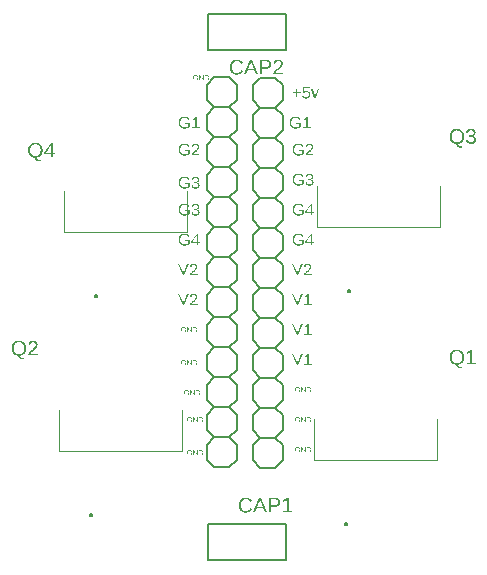
<source format=gbr>
G04 EAGLE Gerber RS-274X export*
G75*
%MOMM*%
%FSLAX34Y34*%
%LPD*%
%INSilkscreen Top*%
%IPPOS*%
%AMOC8*
5,1,8,0,0,1.08239X$1,22.5*%
G01*
G04 Define Apertures*
%ADD10C,0.152400*%
%ADD11C,0.100000*%
%ADD12C,0.200000*%
G36*
X50348Y159880D02*
X50011Y159889D01*
X49691Y159918D01*
X49388Y159965D01*
X49101Y160031D01*
X48831Y160115D01*
X48578Y160219D01*
X48341Y160341D01*
X48121Y160482D01*
X47919Y160641D01*
X47736Y160817D01*
X47573Y161010D01*
X47429Y161219D01*
X47305Y161446D01*
X47200Y161689D01*
X47115Y161949D01*
X47049Y162226D01*
X48324Y162373D01*
X48443Y162030D01*
X48602Y161733D01*
X48800Y161481D01*
X49037Y161275D01*
X49313Y161115D01*
X49628Y161001D01*
X49982Y160932D01*
X50376Y160909D01*
X50623Y160919D01*
X50856Y160948D01*
X51076Y160996D01*
X51281Y161063D01*
X51473Y161149D01*
X51651Y161254D01*
X51815Y161379D01*
X51966Y161522D01*
X52101Y161683D01*
X52217Y161857D01*
X52316Y162046D01*
X52397Y162250D01*
X52460Y162468D01*
X52504Y162700D01*
X52531Y162946D01*
X52540Y163207D01*
X52531Y163434D01*
X52504Y163650D01*
X52459Y163855D01*
X52396Y164049D01*
X52315Y164232D01*
X52215Y164403D01*
X52098Y164563D01*
X51962Y164713D01*
X51812Y164847D01*
X51648Y164964D01*
X51472Y165063D01*
X51284Y165143D01*
X51083Y165206D01*
X50869Y165251D01*
X50643Y165278D01*
X50404Y165287D01*
X50153Y165277D01*
X49910Y165247D01*
X49677Y165196D01*
X49452Y165126D01*
X49231Y165031D01*
X49010Y164909D01*
X48790Y164758D01*
X48569Y164579D01*
X47336Y164579D01*
X47666Y169888D01*
X53276Y169888D01*
X53276Y168817D01*
X48814Y168817D01*
X48625Y165686D01*
X48836Y165834D01*
X49060Y165962D01*
X49296Y166070D01*
X49544Y166159D01*
X49805Y166228D01*
X50079Y166277D01*
X50365Y166307D01*
X50663Y166316D01*
X51018Y166303D01*
X51355Y166263D01*
X51673Y166196D01*
X51972Y166103D01*
X52253Y165983D01*
X52516Y165836D01*
X52760Y165662D01*
X52985Y165462D01*
X53188Y165240D01*
X53363Y165002D01*
X53512Y164748D01*
X53634Y164478D01*
X53728Y164191D01*
X53796Y163889D01*
X53836Y163570D01*
X53850Y163235D01*
X53835Y162855D01*
X53792Y162495D01*
X53719Y162157D01*
X53618Y161839D01*
X53487Y161542D01*
X53328Y161266D01*
X53139Y161011D01*
X52922Y160776D01*
X52679Y160566D01*
X52413Y160384D01*
X52125Y160230D01*
X51815Y160104D01*
X51482Y160006D01*
X51126Y159936D01*
X50748Y159894D01*
X50348Y159880D01*
G37*
G36*
X58737Y160020D02*
X57245Y160020D01*
X54493Y167598D01*
X55838Y167598D01*
X57504Y162667D01*
X57988Y161008D01*
X58233Y161827D01*
X58506Y162653D01*
X60229Y167598D01*
X61567Y167598D01*
X58737Y160020D01*
G37*
G36*
X42800Y161281D02*
X41770Y161281D01*
X41770Y164278D01*
X38800Y164278D01*
X38800Y165301D01*
X41770Y165301D01*
X41770Y168298D01*
X42800Y168298D01*
X42800Y165301D01*
X45769Y165301D01*
X45769Y164278D01*
X42800Y164278D01*
X42800Y161281D01*
G37*
G36*
X41254Y134480D02*
X40874Y134490D01*
X40507Y134518D01*
X40153Y134567D01*
X39813Y134634D01*
X39486Y134721D01*
X39173Y134827D01*
X38872Y134952D01*
X38586Y135096D01*
X38314Y135259D01*
X38058Y135438D01*
X37820Y135635D01*
X37597Y135848D01*
X37391Y136079D01*
X37202Y136326D01*
X37029Y136590D01*
X36873Y136872D01*
X36735Y137168D01*
X36614Y137477D01*
X36513Y137799D01*
X36429Y138133D01*
X36365Y138481D01*
X36318Y138841D01*
X36291Y139214D01*
X36281Y139600D01*
X36302Y140183D01*
X36362Y140733D01*
X36463Y141249D01*
X36604Y141731D01*
X36785Y142179D01*
X37006Y142592D01*
X37268Y142973D01*
X37570Y143319D01*
X37909Y143627D01*
X38280Y143895D01*
X38683Y144121D01*
X39120Y144306D01*
X39589Y144450D01*
X40090Y144553D01*
X40624Y144615D01*
X41191Y144635D01*
X41591Y144627D01*
X41972Y144601D01*
X42334Y144558D01*
X42676Y144497D01*
X42999Y144419D01*
X43303Y144324D01*
X43587Y144212D01*
X43852Y144082D01*
X44101Y143933D01*
X44334Y143764D01*
X44553Y143574D01*
X44758Y143362D01*
X44947Y143131D01*
X45122Y142878D01*
X45283Y142604D01*
X45428Y142310D01*
X44154Y141932D01*
X43924Y142324D01*
X43794Y142498D01*
X43654Y142659D01*
X43504Y142805D01*
X43344Y142937D01*
X43174Y143054D01*
X42995Y143158D01*
X42804Y143248D01*
X42603Y143326D01*
X42390Y143392D01*
X42165Y143447D01*
X41930Y143489D01*
X41683Y143519D01*
X41425Y143537D01*
X41156Y143543D01*
X40741Y143527D01*
X40352Y143478D01*
X39988Y143398D01*
X39648Y143285D01*
X39334Y143139D01*
X39046Y142962D01*
X38782Y142752D01*
X38544Y142510D01*
X38332Y142238D01*
X38148Y141940D01*
X37993Y141616D01*
X37866Y141266D01*
X37767Y140889D01*
X37697Y140485D01*
X37654Y140056D01*
X37640Y139600D01*
X37655Y139144D01*
X37700Y138714D01*
X37775Y138308D01*
X37880Y137927D01*
X38015Y137570D01*
X38180Y137238D01*
X38375Y136930D01*
X38600Y136648D01*
X38851Y136394D01*
X39125Y136174D01*
X39423Y135988D01*
X39743Y135836D01*
X40086Y135718D01*
X40453Y135633D01*
X40842Y135582D01*
X41254Y135566D01*
X41729Y135584D01*
X42188Y135639D01*
X42631Y135731D01*
X43058Y135860D01*
X43456Y136020D01*
X43815Y136206D01*
X44134Y136419D01*
X44413Y136658D01*
X44413Y138437D01*
X41464Y138437D01*
X41464Y139558D01*
X45645Y139558D01*
X45645Y136154D01*
X45231Y135777D01*
X44773Y135446D01*
X44270Y135159D01*
X43723Y134918D01*
X43435Y134815D01*
X43142Y134726D01*
X42842Y134651D01*
X42537Y134589D01*
X42225Y134542D01*
X41907Y134507D01*
X41584Y134487D01*
X41254Y134480D01*
G37*
G36*
X53993Y134620D02*
X47809Y134620D01*
X47809Y135692D01*
X50323Y135692D01*
X50323Y143284D01*
X48096Y141694D01*
X48096Y142884D01*
X50428Y144488D01*
X51591Y144488D01*
X51591Y135692D01*
X53993Y135692D01*
X53993Y134620D01*
G37*
G36*
X-52726Y134480D02*
X-53106Y134490D01*
X-53473Y134518D01*
X-53827Y134567D01*
X-54167Y134634D01*
X-54494Y134721D01*
X-54807Y134827D01*
X-55108Y134952D01*
X-55394Y135096D01*
X-55666Y135259D01*
X-55922Y135438D01*
X-56160Y135635D01*
X-56383Y135848D01*
X-56589Y136079D01*
X-56778Y136326D01*
X-56951Y136590D01*
X-57107Y136872D01*
X-57246Y137168D01*
X-57366Y137477D01*
X-57467Y137799D01*
X-57551Y138133D01*
X-57615Y138481D01*
X-57662Y138841D01*
X-57689Y139214D01*
X-57699Y139600D01*
X-57679Y140183D01*
X-57618Y140733D01*
X-57517Y141249D01*
X-57376Y141731D01*
X-57195Y142179D01*
X-56974Y142592D01*
X-56712Y142973D01*
X-56410Y143319D01*
X-56071Y143627D01*
X-55700Y143895D01*
X-55297Y144121D01*
X-54860Y144306D01*
X-54391Y144450D01*
X-53890Y144553D01*
X-53356Y144615D01*
X-52789Y144635D01*
X-52389Y144627D01*
X-52008Y144601D01*
X-51646Y144558D01*
X-51304Y144497D01*
X-50981Y144419D01*
X-50677Y144324D01*
X-50393Y144212D01*
X-50128Y144082D01*
X-49879Y143933D01*
X-49646Y143764D01*
X-49427Y143574D01*
X-49222Y143362D01*
X-49033Y143131D01*
X-48858Y142878D01*
X-48697Y142604D01*
X-48552Y142310D01*
X-49826Y141932D01*
X-50056Y142324D01*
X-50186Y142498D01*
X-50326Y142659D01*
X-50476Y142805D01*
X-50636Y142937D01*
X-50806Y143054D01*
X-50986Y143158D01*
X-51176Y143248D01*
X-51378Y143326D01*
X-51590Y143392D01*
X-51815Y143447D01*
X-52050Y143489D01*
X-52297Y143519D01*
X-52555Y143537D01*
X-52824Y143543D01*
X-53239Y143527D01*
X-53628Y143478D01*
X-53992Y143398D01*
X-54332Y143285D01*
X-54646Y143139D01*
X-54934Y142962D01*
X-55198Y142752D01*
X-55436Y142510D01*
X-55648Y142238D01*
X-55832Y141940D01*
X-55987Y141616D01*
X-56114Y141266D01*
X-56213Y140889D01*
X-56283Y140485D01*
X-56326Y140056D01*
X-56340Y139600D01*
X-56325Y139144D01*
X-56280Y138714D01*
X-56205Y138308D01*
X-56100Y137927D01*
X-55965Y137570D01*
X-55800Y137238D01*
X-55605Y136930D01*
X-55380Y136648D01*
X-55129Y136394D01*
X-54855Y136174D01*
X-54557Y135988D01*
X-54237Y135836D01*
X-53894Y135718D01*
X-53527Y135633D01*
X-53138Y135582D01*
X-52726Y135566D01*
X-52251Y135584D01*
X-51792Y135639D01*
X-51349Y135731D01*
X-50922Y135860D01*
X-50524Y136020D01*
X-50165Y136206D01*
X-49846Y136419D01*
X-49567Y136658D01*
X-49567Y138437D01*
X-52516Y138437D01*
X-52516Y139558D01*
X-48335Y139558D01*
X-48335Y136154D01*
X-48749Y135777D01*
X-49207Y135446D01*
X-49710Y135159D01*
X-50257Y134918D01*
X-50545Y134815D01*
X-50838Y134726D01*
X-51138Y134651D01*
X-51443Y134589D01*
X-51755Y134542D01*
X-52073Y134507D01*
X-52396Y134487D01*
X-52726Y134480D01*
G37*
G36*
X-39987Y134620D02*
X-46171Y134620D01*
X-46171Y135692D01*
X-43657Y135692D01*
X-43657Y143284D01*
X-45884Y141694D01*
X-45884Y142884D01*
X-43552Y144488D01*
X-42389Y144488D01*
X-42389Y135692D01*
X-39987Y135692D01*
X-39987Y134620D01*
G37*
G36*
X43794Y111620D02*
X43414Y111630D01*
X43047Y111658D01*
X42693Y111707D01*
X42353Y111774D01*
X42026Y111861D01*
X41713Y111967D01*
X41412Y112092D01*
X41126Y112236D01*
X40854Y112399D01*
X40598Y112578D01*
X40360Y112775D01*
X40137Y112988D01*
X39931Y113219D01*
X39742Y113466D01*
X39569Y113730D01*
X39413Y114012D01*
X39275Y114308D01*
X39154Y114617D01*
X39053Y114939D01*
X38969Y115273D01*
X38905Y115621D01*
X38858Y115981D01*
X38831Y116354D01*
X38821Y116740D01*
X38842Y117323D01*
X38902Y117873D01*
X39003Y118389D01*
X39144Y118871D01*
X39325Y119319D01*
X39546Y119732D01*
X39808Y120113D01*
X40110Y120459D01*
X40449Y120767D01*
X40820Y121035D01*
X41223Y121261D01*
X41660Y121446D01*
X42129Y121590D01*
X42630Y121693D01*
X43164Y121755D01*
X43731Y121775D01*
X44131Y121767D01*
X44512Y121741D01*
X44874Y121698D01*
X45216Y121637D01*
X45539Y121559D01*
X45843Y121464D01*
X46127Y121352D01*
X46392Y121222D01*
X46641Y121073D01*
X46874Y120904D01*
X47093Y120714D01*
X47298Y120502D01*
X47487Y120271D01*
X47662Y120018D01*
X47823Y119744D01*
X47968Y119450D01*
X46694Y119072D01*
X46464Y119464D01*
X46334Y119638D01*
X46194Y119799D01*
X46044Y119945D01*
X45884Y120077D01*
X45714Y120194D01*
X45535Y120298D01*
X45344Y120388D01*
X45143Y120466D01*
X44930Y120532D01*
X44705Y120587D01*
X44470Y120629D01*
X44223Y120659D01*
X43965Y120677D01*
X43696Y120683D01*
X43281Y120667D01*
X42892Y120618D01*
X42528Y120538D01*
X42188Y120425D01*
X41874Y120279D01*
X41586Y120102D01*
X41322Y119892D01*
X41084Y119650D01*
X40872Y119378D01*
X40688Y119080D01*
X40533Y118756D01*
X40406Y118406D01*
X40307Y118029D01*
X40237Y117625D01*
X40194Y117196D01*
X40180Y116740D01*
X40195Y116284D01*
X40240Y115854D01*
X40315Y115448D01*
X40420Y115067D01*
X40555Y114710D01*
X40720Y114378D01*
X40915Y114070D01*
X41140Y113788D01*
X41391Y113534D01*
X41665Y113314D01*
X41963Y113128D01*
X42283Y112976D01*
X42626Y112858D01*
X42993Y112773D01*
X43382Y112722D01*
X43794Y112706D01*
X44269Y112724D01*
X44728Y112779D01*
X45171Y112871D01*
X45598Y113000D01*
X45996Y113160D01*
X46355Y113346D01*
X46674Y113559D01*
X46953Y113798D01*
X46953Y115577D01*
X44004Y115577D01*
X44004Y116698D01*
X48185Y116698D01*
X48185Y113294D01*
X47771Y112917D01*
X47313Y112586D01*
X46810Y112299D01*
X46263Y112058D01*
X45975Y111955D01*
X45682Y111866D01*
X45382Y111791D01*
X45077Y111729D01*
X44765Y111682D01*
X44447Y111647D01*
X44124Y111627D01*
X43794Y111620D01*
G37*
G36*
X56512Y111760D02*
X49978Y111760D01*
X49978Y112649D01*
X50166Y113047D01*
X50374Y113421D01*
X50602Y113770D01*
X50850Y114096D01*
X51378Y114693D01*
X51932Y115230D01*
X52496Y115720D01*
X53056Y116172D01*
X53585Y116607D01*
X54061Y117041D01*
X54274Y117261D01*
X54466Y117486D01*
X54637Y117716D01*
X54786Y117951D01*
X54907Y118197D01*
X54993Y118459D01*
X55045Y118737D01*
X55062Y119030D01*
X55055Y119227D01*
X55033Y119413D01*
X54995Y119588D01*
X54943Y119751D01*
X54876Y119903D01*
X54794Y120044D01*
X54698Y120173D01*
X54586Y120291D01*
X54461Y120396D01*
X54325Y120487D01*
X54177Y120564D01*
X54017Y120627D01*
X53846Y120676D01*
X53663Y120711D01*
X53468Y120732D01*
X53262Y120739D01*
X53065Y120732D01*
X52877Y120711D01*
X52698Y120677D01*
X52528Y120629D01*
X52366Y120568D01*
X52214Y120493D01*
X51935Y120301D01*
X51811Y120186D01*
X51701Y120060D01*
X51604Y119923D01*
X51521Y119775D01*
X51451Y119616D01*
X51395Y119446D01*
X51352Y119264D01*
X51322Y119072D01*
X50034Y119191D01*
X50080Y119479D01*
X50149Y119753D01*
X50241Y120011D01*
X50355Y120254D01*
X50492Y120482D01*
X50652Y120695D01*
X50834Y120892D01*
X51039Y121075D01*
X51263Y121239D01*
X51502Y121381D01*
X51757Y121502D01*
X52027Y121600D01*
X52313Y121677D01*
X52614Y121732D01*
X52930Y121764D01*
X53262Y121775D01*
X53625Y121764D01*
X53965Y121731D01*
X54284Y121676D01*
X54582Y121599D01*
X54858Y121500D01*
X55112Y121379D01*
X55345Y121237D01*
X55556Y121072D01*
X55744Y120886D01*
X55907Y120683D01*
X56045Y120460D01*
X56158Y120220D01*
X56245Y119961D01*
X56308Y119683D01*
X56346Y119387D01*
X56358Y119072D01*
X56342Y118785D01*
X56292Y118499D01*
X56210Y118214D01*
X56095Y117930D01*
X55948Y117647D01*
X55769Y117363D01*
X55558Y117079D01*
X55315Y116796D01*
X54996Y116473D01*
X54560Y116073D01*
X54005Y115594D01*
X53332Y115038D01*
X52609Y114412D01*
X52309Y114123D01*
X52051Y113851D01*
X51829Y113589D01*
X51641Y113331D01*
X51486Y113079D01*
X51364Y112832D01*
X56512Y112832D01*
X56512Y111760D01*
G37*
G36*
X-52726Y111620D02*
X-53106Y111630D01*
X-53473Y111658D01*
X-53827Y111707D01*
X-54167Y111774D01*
X-54494Y111861D01*
X-54807Y111967D01*
X-55108Y112092D01*
X-55394Y112236D01*
X-55666Y112399D01*
X-55922Y112578D01*
X-56160Y112775D01*
X-56383Y112988D01*
X-56589Y113219D01*
X-56778Y113466D01*
X-56951Y113730D01*
X-57107Y114012D01*
X-57246Y114308D01*
X-57366Y114617D01*
X-57467Y114939D01*
X-57551Y115273D01*
X-57615Y115621D01*
X-57662Y115981D01*
X-57689Y116354D01*
X-57699Y116740D01*
X-57679Y117323D01*
X-57618Y117873D01*
X-57517Y118389D01*
X-57376Y118871D01*
X-57195Y119319D01*
X-56974Y119732D01*
X-56712Y120113D01*
X-56410Y120459D01*
X-56071Y120767D01*
X-55700Y121035D01*
X-55297Y121261D01*
X-54860Y121446D01*
X-54391Y121590D01*
X-53890Y121693D01*
X-53356Y121755D01*
X-52789Y121775D01*
X-52389Y121767D01*
X-52008Y121741D01*
X-51646Y121698D01*
X-51304Y121637D01*
X-50981Y121559D01*
X-50677Y121464D01*
X-50393Y121352D01*
X-50128Y121222D01*
X-49879Y121073D01*
X-49646Y120904D01*
X-49427Y120714D01*
X-49222Y120502D01*
X-49033Y120271D01*
X-48858Y120018D01*
X-48697Y119744D01*
X-48552Y119450D01*
X-49826Y119072D01*
X-50056Y119464D01*
X-50186Y119638D01*
X-50326Y119799D01*
X-50476Y119945D01*
X-50636Y120077D01*
X-50806Y120194D01*
X-50986Y120298D01*
X-51176Y120388D01*
X-51378Y120466D01*
X-51590Y120532D01*
X-51815Y120587D01*
X-52050Y120629D01*
X-52297Y120659D01*
X-52555Y120677D01*
X-52824Y120683D01*
X-53239Y120667D01*
X-53628Y120618D01*
X-53992Y120538D01*
X-54332Y120425D01*
X-54646Y120279D01*
X-54934Y120102D01*
X-55198Y119892D01*
X-55436Y119650D01*
X-55648Y119378D01*
X-55832Y119080D01*
X-55987Y118756D01*
X-56114Y118406D01*
X-56213Y118029D01*
X-56283Y117625D01*
X-56326Y117196D01*
X-56340Y116740D01*
X-56325Y116284D01*
X-56280Y115854D01*
X-56205Y115448D01*
X-56100Y115067D01*
X-55965Y114710D01*
X-55800Y114378D01*
X-55605Y114070D01*
X-55380Y113788D01*
X-55129Y113534D01*
X-54855Y113314D01*
X-54557Y113128D01*
X-54237Y112976D01*
X-53894Y112858D01*
X-53527Y112773D01*
X-53138Y112722D01*
X-52726Y112706D01*
X-52251Y112724D01*
X-51792Y112779D01*
X-51349Y112871D01*
X-50922Y113000D01*
X-50524Y113160D01*
X-50165Y113346D01*
X-49846Y113559D01*
X-49567Y113798D01*
X-49567Y115577D01*
X-52516Y115577D01*
X-52516Y116698D01*
X-48335Y116698D01*
X-48335Y113294D01*
X-48749Y112917D01*
X-49207Y112586D01*
X-49710Y112299D01*
X-50257Y112058D01*
X-50545Y111955D01*
X-50838Y111866D01*
X-51138Y111791D01*
X-51443Y111729D01*
X-51755Y111682D01*
X-52073Y111647D01*
X-52396Y111627D01*
X-52726Y111620D01*
G37*
G36*
X-40008Y111760D02*
X-46542Y111760D01*
X-46542Y112649D01*
X-46354Y113047D01*
X-46146Y113421D01*
X-45918Y113770D01*
X-45670Y114096D01*
X-45143Y114693D01*
X-44588Y115230D01*
X-44024Y115720D01*
X-43464Y116172D01*
X-42935Y116607D01*
X-42459Y117041D01*
X-42246Y117261D01*
X-42054Y117486D01*
X-41883Y117716D01*
X-41734Y117951D01*
X-41613Y118197D01*
X-41527Y118459D01*
X-41475Y118737D01*
X-41458Y119030D01*
X-41465Y119227D01*
X-41487Y119413D01*
X-41525Y119588D01*
X-41577Y119751D01*
X-41644Y119903D01*
X-41726Y120044D01*
X-41822Y120173D01*
X-41934Y120291D01*
X-42059Y120396D01*
X-42195Y120487D01*
X-42343Y120564D01*
X-42503Y120627D01*
X-42674Y120676D01*
X-42857Y120711D01*
X-43052Y120732D01*
X-43258Y120739D01*
X-43455Y120732D01*
X-43643Y120711D01*
X-43822Y120677D01*
X-43992Y120629D01*
X-44154Y120568D01*
X-44306Y120493D01*
X-44585Y120301D01*
X-44709Y120186D01*
X-44819Y120060D01*
X-44916Y119923D01*
X-44999Y119775D01*
X-45069Y119616D01*
X-45125Y119446D01*
X-45168Y119264D01*
X-45198Y119072D01*
X-46486Y119191D01*
X-46440Y119479D01*
X-46371Y119753D01*
X-46279Y120011D01*
X-46165Y120254D01*
X-46028Y120482D01*
X-45868Y120695D01*
X-45686Y120892D01*
X-45481Y121075D01*
X-45257Y121239D01*
X-45018Y121381D01*
X-44763Y121502D01*
X-44493Y121600D01*
X-44207Y121677D01*
X-43906Y121732D01*
X-43590Y121764D01*
X-43258Y121775D01*
X-42895Y121764D01*
X-42555Y121731D01*
X-42236Y121676D01*
X-41938Y121599D01*
X-41662Y121500D01*
X-41408Y121379D01*
X-41175Y121237D01*
X-40964Y121072D01*
X-40776Y120886D01*
X-40613Y120683D01*
X-40475Y120460D01*
X-40362Y120220D01*
X-40275Y119961D01*
X-40212Y119683D01*
X-40174Y119387D01*
X-40162Y119072D01*
X-40178Y118785D01*
X-40228Y118499D01*
X-40310Y118214D01*
X-40425Y117930D01*
X-40572Y117647D01*
X-40751Y117363D01*
X-40962Y117079D01*
X-41206Y116796D01*
X-41524Y116473D01*
X-41960Y116073D01*
X-42515Y115594D01*
X-43188Y115038D01*
X-43911Y114412D01*
X-44211Y114123D01*
X-44469Y113851D01*
X-44691Y113589D01*
X-44879Y113331D01*
X-45034Y113079D01*
X-45156Y112832D01*
X-40008Y112832D01*
X-40008Y111760D01*
G37*
G36*
X43794Y86220D02*
X43414Y86230D01*
X43047Y86258D01*
X42693Y86307D01*
X42353Y86374D01*
X42026Y86461D01*
X41713Y86567D01*
X41412Y86692D01*
X41126Y86836D01*
X40854Y86999D01*
X40598Y87178D01*
X40360Y87375D01*
X40137Y87588D01*
X39931Y87819D01*
X39742Y88066D01*
X39569Y88330D01*
X39413Y88612D01*
X39275Y88908D01*
X39154Y89217D01*
X39053Y89539D01*
X38969Y89873D01*
X38905Y90221D01*
X38858Y90581D01*
X38831Y90954D01*
X38821Y91340D01*
X38842Y91923D01*
X38902Y92473D01*
X39003Y92989D01*
X39144Y93471D01*
X39325Y93919D01*
X39546Y94332D01*
X39808Y94713D01*
X40110Y95059D01*
X40449Y95367D01*
X40820Y95635D01*
X41223Y95861D01*
X41660Y96046D01*
X42129Y96190D01*
X42630Y96293D01*
X43164Y96355D01*
X43731Y96375D01*
X44131Y96367D01*
X44512Y96341D01*
X44874Y96298D01*
X45216Y96237D01*
X45539Y96159D01*
X45843Y96064D01*
X46127Y95952D01*
X46392Y95822D01*
X46641Y95673D01*
X46874Y95504D01*
X47093Y95314D01*
X47298Y95102D01*
X47487Y94871D01*
X47662Y94618D01*
X47823Y94344D01*
X47968Y94050D01*
X46694Y93672D01*
X46464Y94064D01*
X46334Y94238D01*
X46194Y94399D01*
X46044Y94545D01*
X45884Y94677D01*
X45714Y94794D01*
X45535Y94898D01*
X45344Y94988D01*
X45143Y95066D01*
X44930Y95132D01*
X44705Y95187D01*
X44470Y95229D01*
X44223Y95259D01*
X43965Y95277D01*
X43696Y95283D01*
X43281Y95267D01*
X42892Y95218D01*
X42528Y95138D01*
X42188Y95025D01*
X41874Y94879D01*
X41586Y94702D01*
X41322Y94492D01*
X41084Y94250D01*
X40872Y93978D01*
X40688Y93680D01*
X40533Y93356D01*
X40406Y93006D01*
X40307Y92629D01*
X40237Y92225D01*
X40194Y91796D01*
X40180Y91340D01*
X40195Y90884D01*
X40240Y90454D01*
X40315Y90048D01*
X40420Y89667D01*
X40555Y89310D01*
X40720Y88978D01*
X40915Y88670D01*
X41140Y88388D01*
X41391Y88134D01*
X41665Y87914D01*
X41963Y87728D01*
X42283Y87576D01*
X42626Y87458D01*
X42993Y87373D01*
X43382Y87322D01*
X43794Y87306D01*
X44269Y87324D01*
X44728Y87379D01*
X45171Y87471D01*
X45598Y87600D01*
X45996Y87760D01*
X46355Y87946D01*
X46674Y88159D01*
X46953Y88398D01*
X46953Y90177D01*
X44004Y90177D01*
X44004Y91298D01*
X48185Y91298D01*
X48185Y87894D01*
X47771Y87517D01*
X47313Y87186D01*
X46810Y86899D01*
X46263Y86658D01*
X45975Y86555D01*
X45682Y86466D01*
X45382Y86391D01*
X45077Y86329D01*
X44765Y86282D01*
X44447Y86247D01*
X44124Y86227D01*
X43794Y86220D01*
G37*
G36*
X53255Y86220D02*
X52890Y86231D01*
X52544Y86262D01*
X52216Y86315D01*
X51908Y86389D01*
X51619Y86484D01*
X51348Y86600D01*
X51096Y86737D01*
X50864Y86896D01*
X50652Y87075D01*
X50462Y87274D01*
X50296Y87494D01*
X50152Y87734D01*
X50031Y87994D01*
X49932Y88274D01*
X49856Y88575D01*
X49803Y88895D01*
X51105Y89014D01*
X51143Y88802D01*
X51194Y88604D01*
X51258Y88419D01*
X51334Y88248D01*
X51424Y88091D01*
X51526Y87947D01*
X51641Y87817D01*
X51769Y87701D01*
X51910Y87599D01*
X52063Y87510D01*
X52230Y87434D01*
X52409Y87373D01*
X52602Y87325D01*
X52807Y87291D01*
X53025Y87270D01*
X53255Y87263D01*
X53487Y87271D01*
X53706Y87293D01*
X53912Y87329D01*
X54105Y87381D01*
X54286Y87447D01*
X54454Y87527D01*
X54609Y87623D01*
X54751Y87733D01*
X54878Y87857D01*
X54988Y87996D01*
X55081Y88149D01*
X55158Y88316D01*
X55217Y88497D01*
X55260Y88693D01*
X55285Y88902D01*
X55294Y89126D01*
X55284Y89322D01*
X55255Y89507D01*
X55206Y89681D01*
X55139Y89844D01*
X55051Y89995D01*
X54945Y90136D01*
X54819Y90265D01*
X54674Y90384D01*
X54510Y90490D01*
X54329Y90581D01*
X54131Y90659D01*
X53916Y90722D01*
X53684Y90772D01*
X53435Y90807D01*
X53168Y90828D01*
X52884Y90835D01*
X52170Y90835D01*
X52170Y91928D01*
X52856Y91928D01*
X53108Y91935D01*
X53345Y91956D01*
X53568Y91992D01*
X53776Y92041D01*
X53970Y92104D01*
X54149Y92182D01*
X54314Y92274D01*
X54464Y92380D01*
X54597Y92498D01*
X54713Y92627D01*
X54811Y92767D01*
X54892Y92918D01*
X54954Y93080D01*
X54999Y93252D01*
X55025Y93436D01*
X55034Y93630D01*
X55027Y93823D01*
X55005Y94005D01*
X54969Y94177D01*
X54918Y94338D01*
X54852Y94489D01*
X54772Y94630D01*
X54678Y94760D01*
X54569Y94880D01*
X54445Y94988D01*
X54308Y95081D01*
X54156Y95160D01*
X53990Y95224D01*
X53810Y95274D01*
X53616Y95310D01*
X53408Y95332D01*
X53185Y95339D01*
X52982Y95332D01*
X52789Y95312D01*
X52605Y95279D01*
X52432Y95232D01*
X52268Y95172D01*
X52114Y95099D01*
X51971Y95012D01*
X51837Y94912D01*
X51715Y94799D01*
X51607Y94676D01*
X51512Y94542D01*
X51430Y94397D01*
X51362Y94241D01*
X51307Y94074D01*
X51266Y93896D01*
X51238Y93707D01*
X49971Y93805D01*
X50017Y94100D01*
X50086Y94378D01*
X50178Y94639D01*
X50292Y94884D01*
X50429Y95112D01*
X50589Y95323D01*
X50771Y95518D01*
X50976Y95696D01*
X51200Y95855D01*
X51439Y95993D01*
X51694Y96110D01*
X51964Y96206D01*
X52250Y96280D01*
X52551Y96333D01*
X52867Y96365D01*
X53199Y96375D01*
X53560Y96365D01*
X53900Y96332D01*
X54220Y96278D01*
X54519Y96203D01*
X54797Y96106D01*
X55054Y95987D01*
X55291Y95847D01*
X55507Y95686D01*
X55700Y95505D01*
X55867Y95307D01*
X56009Y95092D01*
X56124Y94860D01*
X56214Y94611D01*
X56279Y94345D01*
X56317Y94063D01*
X56330Y93763D01*
X56322Y93532D01*
X56297Y93312D01*
X56256Y93104D01*
X56198Y92906D01*
X56124Y92719D01*
X56033Y92544D01*
X55925Y92379D01*
X55801Y92226D01*
X55662Y92084D01*
X55507Y91954D01*
X55337Y91835D01*
X55153Y91729D01*
X54953Y91635D01*
X54738Y91553D01*
X54509Y91482D01*
X54264Y91424D01*
X54264Y91396D01*
X54533Y91358D01*
X54787Y91305D01*
X55025Y91236D01*
X55248Y91151D01*
X55456Y91050D01*
X55648Y90933D01*
X55825Y90801D01*
X55987Y90653D01*
X56131Y90492D01*
X56257Y90322D01*
X56362Y90141D01*
X56449Y89949D01*
X56517Y89748D01*
X56565Y89537D01*
X56594Y89316D01*
X56603Y89084D01*
X56590Y88753D01*
X56549Y88440D01*
X56481Y88147D01*
X56386Y87873D01*
X56264Y87618D01*
X56115Y87383D01*
X55938Y87166D01*
X55735Y86969D01*
X55506Y86794D01*
X55254Y86641D01*
X54979Y86513D01*
X54681Y86407D01*
X54359Y86325D01*
X54014Y86267D01*
X53647Y86232D01*
X53255Y86220D01*
G37*
G36*
X-52726Y83680D02*
X-53106Y83690D01*
X-53473Y83718D01*
X-53827Y83767D01*
X-54167Y83834D01*
X-54494Y83921D01*
X-54807Y84027D01*
X-55108Y84152D01*
X-55394Y84296D01*
X-55666Y84459D01*
X-55922Y84638D01*
X-56160Y84835D01*
X-56383Y85048D01*
X-56589Y85279D01*
X-56778Y85526D01*
X-56951Y85790D01*
X-57107Y86072D01*
X-57246Y86368D01*
X-57366Y86677D01*
X-57467Y86999D01*
X-57551Y87333D01*
X-57615Y87681D01*
X-57662Y88041D01*
X-57689Y88414D01*
X-57699Y88800D01*
X-57679Y89383D01*
X-57618Y89933D01*
X-57517Y90449D01*
X-57376Y90931D01*
X-57195Y91379D01*
X-56974Y91792D01*
X-56712Y92173D01*
X-56410Y92519D01*
X-56071Y92827D01*
X-55700Y93095D01*
X-55297Y93321D01*
X-54860Y93506D01*
X-54391Y93650D01*
X-53890Y93753D01*
X-53356Y93815D01*
X-52789Y93835D01*
X-52389Y93827D01*
X-52008Y93801D01*
X-51646Y93758D01*
X-51304Y93697D01*
X-50981Y93619D01*
X-50677Y93524D01*
X-50393Y93412D01*
X-50128Y93282D01*
X-49879Y93133D01*
X-49646Y92964D01*
X-49427Y92774D01*
X-49222Y92562D01*
X-49033Y92331D01*
X-48858Y92078D01*
X-48697Y91804D01*
X-48552Y91510D01*
X-49826Y91132D01*
X-50056Y91524D01*
X-50186Y91698D01*
X-50326Y91859D01*
X-50476Y92005D01*
X-50636Y92137D01*
X-50806Y92254D01*
X-50986Y92358D01*
X-51176Y92448D01*
X-51378Y92526D01*
X-51590Y92592D01*
X-51815Y92647D01*
X-52050Y92689D01*
X-52297Y92719D01*
X-52555Y92737D01*
X-52824Y92743D01*
X-53239Y92727D01*
X-53628Y92678D01*
X-53992Y92598D01*
X-54332Y92485D01*
X-54646Y92339D01*
X-54934Y92162D01*
X-55198Y91952D01*
X-55436Y91710D01*
X-55648Y91438D01*
X-55832Y91140D01*
X-55987Y90816D01*
X-56114Y90466D01*
X-56213Y90089D01*
X-56283Y89685D01*
X-56326Y89256D01*
X-56340Y88800D01*
X-56325Y88344D01*
X-56280Y87914D01*
X-56205Y87508D01*
X-56100Y87127D01*
X-55965Y86770D01*
X-55800Y86438D01*
X-55605Y86130D01*
X-55380Y85848D01*
X-55129Y85594D01*
X-54855Y85374D01*
X-54557Y85188D01*
X-54237Y85036D01*
X-53894Y84918D01*
X-53527Y84833D01*
X-53138Y84782D01*
X-52726Y84766D01*
X-52251Y84784D01*
X-51792Y84839D01*
X-51349Y84931D01*
X-50922Y85060D01*
X-50524Y85220D01*
X-50165Y85406D01*
X-49846Y85619D01*
X-49567Y85858D01*
X-49567Y87637D01*
X-52516Y87637D01*
X-52516Y88758D01*
X-48335Y88758D01*
X-48335Y85354D01*
X-48749Y84977D01*
X-49207Y84646D01*
X-49710Y84359D01*
X-50257Y84118D01*
X-50545Y84015D01*
X-50838Y83926D01*
X-51138Y83851D01*
X-51443Y83789D01*
X-51755Y83742D01*
X-52073Y83707D01*
X-52396Y83687D01*
X-52726Y83680D01*
G37*
G36*
X-43265Y83680D02*
X-43630Y83691D01*
X-43976Y83722D01*
X-44304Y83775D01*
X-44612Y83849D01*
X-44901Y83944D01*
X-45172Y84060D01*
X-45424Y84197D01*
X-45656Y84356D01*
X-45868Y84535D01*
X-46058Y84734D01*
X-46224Y84954D01*
X-46368Y85194D01*
X-46489Y85454D01*
X-46588Y85734D01*
X-46664Y86035D01*
X-46717Y86355D01*
X-45415Y86474D01*
X-45377Y86262D01*
X-45326Y86064D01*
X-45262Y85879D01*
X-45186Y85708D01*
X-45096Y85551D01*
X-44994Y85407D01*
X-44879Y85277D01*
X-44751Y85161D01*
X-44610Y85059D01*
X-44457Y84970D01*
X-44290Y84894D01*
X-44111Y84833D01*
X-43919Y84785D01*
X-43713Y84751D01*
X-43495Y84730D01*
X-43265Y84723D01*
X-43033Y84731D01*
X-42814Y84753D01*
X-42608Y84789D01*
X-42415Y84841D01*
X-42234Y84907D01*
X-42066Y84987D01*
X-41911Y85083D01*
X-41769Y85193D01*
X-41642Y85317D01*
X-41532Y85456D01*
X-41439Y85609D01*
X-41362Y85776D01*
X-41303Y85957D01*
X-41260Y86153D01*
X-41235Y86362D01*
X-41227Y86586D01*
X-41236Y86782D01*
X-41265Y86967D01*
X-41314Y87141D01*
X-41381Y87304D01*
X-41469Y87455D01*
X-41575Y87596D01*
X-41701Y87725D01*
X-41846Y87844D01*
X-42010Y87950D01*
X-42191Y88041D01*
X-42389Y88119D01*
X-42604Y88182D01*
X-42836Y88232D01*
X-43085Y88267D01*
X-43352Y88288D01*
X-43636Y88295D01*
X-44350Y88295D01*
X-44350Y89388D01*
X-43664Y89388D01*
X-43412Y89395D01*
X-43175Y89416D01*
X-42952Y89452D01*
X-42744Y89501D01*
X-42550Y89564D01*
X-42371Y89642D01*
X-42206Y89734D01*
X-42056Y89840D01*
X-41923Y89958D01*
X-41807Y90087D01*
X-41709Y90227D01*
X-41628Y90378D01*
X-41566Y90540D01*
X-41521Y90712D01*
X-41495Y90896D01*
X-41486Y91090D01*
X-41493Y91283D01*
X-41515Y91465D01*
X-41551Y91637D01*
X-41602Y91798D01*
X-41668Y91949D01*
X-41748Y92090D01*
X-41842Y92220D01*
X-41951Y92340D01*
X-42075Y92448D01*
X-42213Y92541D01*
X-42364Y92620D01*
X-42530Y92684D01*
X-42710Y92734D01*
X-42904Y92770D01*
X-43112Y92792D01*
X-43335Y92799D01*
X-43538Y92792D01*
X-43731Y92772D01*
X-43915Y92739D01*
X-44088Y92692D01*
X-44252Y92632D01*
X-44406Y92559D01*
X-44549Y92472D01*
X-44683Y92372D01*
X-44805Y92259D01*
X-44913Y92136D01*
X-45008Y92002D01*
X-45090Y91857D01*
X-45158Y91701D01*
X-45213Y91534D01*
X-45254Y91356D01*
X-45282Y91167D01*
X-46549Y91265D01*
X-46503Y91560D01*
X-46434Y91838D01*
X-46342Y92099D01*
X-46228Y92344D01*
X-46091Y92572D01*
X-45932Y92783D01*
X-45749Y92978D01*
X-45544Y93156D01*
X-45320Y93315D01*
X-45081Y93453D01*
X-44826Y93570D01*
X-44556Y93666D01*
X-44270Y93740D01*
X-43969Y93793D01*
X-43653Y93825D01*
X-43321Y93835D01*
X-42960Y93825D01*
X-42620Y93792D01*
X-42300Y93738D01*
X-42001Y93663D01*
X-41723Y93566D01*
X-41466Y93447D01*
X-41229Y93307D01*
X-41013Y93146D01*
X-40820Y92965D01*
X-40653Y92767D01*
X-40511Y92552D01*
X-40396Y92320D01*
X-40306Y92071D01*
X-40241Y91805D01*
X-40203Y91523D01*
X-40190Y91223D01*
X-40198Y90992D01*
X-40223Y90772D01*
X-40264Y90564D01*
X-40322Y90366D01*
X-40397Y90179D01*
X-40487Y90004D01*
X-40595Y89839D01*
X-40719Y89686D01*
X-40858Y89544D01*
X-41013Y89414D01*
X-41183Y89295D01*
X-41367Y89189D01*
X-41567Y89095D01*
X-41782Y89013D01*
X-42011Y88942D01*
X-42256Y88884D01*
X-42256Y88856D01*
X-41987Y88818D01*
X-41733Y88765D01*
X-41495Y88696D01*
X-41272Y88611D01*
X-41064Y88510D01*
X-40872Y88393D01*
X-40695Y88261D01*
X-40533Y88113D01*
X-40389Y87952D01*
X-40263Y87782D01*
X-40158Y87601D01*
X-40071Y87409D01*
X-40003Y87208D01*
X-39955Y86997D01*
X-39926Y86776D01*
X-39917Y86544D01*
X-39930Y86213D01*
X-39971Y85900D01*
X-40039Y85607D01*
X-40134Y85333D01*
X-40256Y85078D01*
X-40405Y84843D01*
X-40582Y84626D01*
X-40785Y84429D01*
X-41014Y84254D01*
X-41266Y84101D01*
X-41541Y83973D01*
X-41839Y83867D01*
X-42161Y83785D01*
X-42506Y83727D01*
X-42874Y83692D01*
X-43265Y83680D01*
G37*
G36*
X-52726Y60820D02*
X-53106Y60830D01*
X-53473Y60858D01*
X-53827Y60907D01*
X-54167Y60974D01*
X-54494Y61061D01*
X-54807Y61167D01*
X-55108Y61292D01*
X-55394Y61436D01*
X-55666Y61599D01*
X-55922Y61778D01*
X-56160Y61975D01*
X-56383Y62188D01*
X-56589Y62419D01*
X-56778Y62666D01*
X-56951Y62930D01*
X-57107Y63212D01*
X-57246Y63508D01*
X-57366Y63817D01*
X-57467Y64139D01*
X-57551Y64473D01*
X-57615Y64821D01*
X-57662Y65181D01*
X-57689Y65554D01*
X-57699Y65940D01*
X-57679Y66523D01*
X-57618Y67073D01*
X-57517Y67589D01*
X-57376Y68071D01*
X-57195Y68519D01*
X-56974Y68932D01*
X-56712Y69313D01*
X-56410Y69659D01*
X-56071Y69967D01*
X-55700Y70235D01*
X-55297Y70461D01*
X-54860Y70646D01*
X-54391Y70790D01*
X-53890Y70893D01*
X-53356Y70955D01*
X-52789Y70975D01*
X-52389Y70967D01*
X-52008Y70941D01*
X-51646Y70898D01*
X-51304Y70837D01*
X-50981Y70759D01*
X-50677Y70664D01*
X-50393Y70552D01*
X-50128Y70422D01*
X-49879Y70273D01*
X-49646Y70104D01*
X-49427Y69914D01*
X-49222Y69702D01*
X-49033Y69471D01*
X-48858Y69218D01*
X-48697Y68944D01*
X-48552Y68650D01*
X-49826Y68272D01*
X-50056Y68664D01*
X-50186Y68838D01*
X-50326Y68999D01*
X-50476Y69145D01*
X-50636Y69277D01*
X-50806Y69394D01*
X-50986Y69498D01*
X-51176Y69588D01*
X-51378Y69666D01*
X-51590Y69732D01*
X-51815Y69787D01*
X-52050Y69829D01*
X-52297Y69859D01*
X-52555Y69877D01*
X-52824Y69883D01*
X-53239Y69867D01*
X-53628Y69818D01*
X-53992Y69738D01*
X-54332Y69625D01*
X-54646Y69479D01*
X-54934Y69302D01*
X-55198Y69092D01*
X-55436Y68850D01*
X-55648Y68578D01*
X-55832Y68280D01*
X-55987Y67956D01*
X-56114Y67606D01*
X-56213Y67229D01*
X-56283Y66825D01*
X-56326Y66396D01*
X-56340Y65940D01*
X-56325Y65484D01*
X-56280Y65054D01*
X-56205Y64648D01*
X-56100Y64267D01*
X-55965Y63910D01*
X-55800Y63578D01*
X-55605Y63270D01*
X-55380Y62988D01*
X-55129Y62734D01*
X-54855Y62514D01*
X-54557Y62328D01*
X-54237Y62176D01*
X-53894Y62058D01*
X-53527Y61973D01*
X-53138Y61922D01*
X-52726Y61906D01*
X-52251Y61924D01*
X-51792Y61979D01*
X-51349Y62071D01*
X-50922Y62200D01*
X-50524Y62360D01*
X-50165Y62546D01*
X-49846Y62759D01*
X-49567Y62998D01*
X-49567Y64777D01*
X-52516Y64777D01*
X-52516Y65898D01*
X-48335Y65898D01*
X-48335Y62494D01*
X-48749Y62117D01*
X-49207Y61786D01*
X-49710Y61499D01*
X-50257Y61258D01*
X-50545Y61155D01*
X-50838Y61066D01*
X-51138Y60991D01*
X-51443Y60929D01*
X-51755Y60882D01*
X-52073Y60847D01*
X-52396Y60827D01*
X-52726Y60820D01*
G37*
G36*
X-43265Y60820D02*
X-43630Y60831D01*
X-43976Y60862D01*
X-44304Y60915D01*
X-44612Y60989D01*
X-44901Y61084D01*
X-45172Y61200D01*
X-45424Y61337D01*
X-45656Y61496D01*
X-45868Y61675D01*
X-46058Y61874D01*
X-46224Y62094D01*
X-46368Y62334D01*
X-46489Y62594D01*
X-46588Y62874D01*
X-46664Y63175D01*
X-46717Y63495D01*
X-45415Y63614D01*
X-45377Y63402D01*
X-45326Y63204D01*
X-45262Y63019D01*
X-45186Y62848D01*
X-45096Y62691D01*
X-44994Y62547D01*
X-44879Y62417D01*
X-44751Y62301D01*
X-44610Y62199D01*
X-44457Y62110D01*
X-44290Y62034D01*
X-44111Y61973D01*
X-43919Y61925D01*
X-43713Y61891D01*
X-43495Y61870D01*
X-43265Y61863D01*
X-43033Y61871D01*
X-42814Y61893D01*
X-42608Y61929D01*
X-42415Y61981D01*
X-42234Y62047D01*
X-42066Y62127D01*
X-41911Y62223D01*
X-41769Y62333D01*
X-41642Y62457D01*
X-41532Y62596D01*
X-41439Y62749D01*
X-41362Y62916D01*
X-41303Y63097D01*
X-41260Y63293D01*
X-41235Y63502D01*
X-41227Y63726D01*
X-41236Y63922D01*
X-41265Y64107D01*
X-41314Y64281D01*
X-41381Y64444D01*
X-41469Y64595D01*
X-41575Y64736D01*
X-41701Y64865D01*
X-41846Y64984D01*
X-42010Y65090D01*
X-42191Y65181D01*
X-42389Y65259D01*
X-42604Y65322D01*
X-42836Y65372D01*
X-43085Y65407D01*
X-43352Y65428D01*
X-43636Y65435D01*
X-44350Y65435D01*
X-44350Y66528D01*
X-43664Y66528D01*
X-43412Y66535D01*
X-43175Y66556D01*
X-42952Y66592D01*
X-42744Y66641D01*
X-42550Y66704D01*
X-42371Y66782D01*
X-42206Y66874D01*
X-42056Y66980D01*
X-41923Y67098D01*
X-41807Y67227D01*
X-41709Y67367D01*
X-41628Y67518D01*
X-41566Y67680D01*
X-41521Y67852D01*
X-41495Y68036D01*
X-41486Y68230D01*
X-41493Y68423D01*
X-41515Y68605D01*
X-41551Y68777D01*
X-41602Y68938D01*
X-41668Y69089D01*
X-41748Y69230D01*
X-41842Y69360D01*
X-41951Y69480D01*
X-42075Y69588D01*
X-42213Y69681D01*
X-42364Y69760D01*
X-42530Y69824D01*
X-42710Y69874D01*
X-42904Y69910D01*
X-43112Y69932D01*
X-43335Y69939D01*
X-43538Y69932D01*
X-43731Y69912D01*
X-43915Y69879D01*
X-44088Y69832D01*
X-44252Y69772D01*
X-44406Y69699D01*
X-44549Y69612D01*
X-44683Y69512D01*
X-44805Y69399D01*
X-44913Y69276D01*
X-45008Y69142D01*
X-45090Y68997D01*
X-45158Y68841D01*
X-45213Y68674D01*
X-45254Y68496D01*
X-45282Y68307D01*
X-46549Y68405D01*
X-46503Y68700D01*
X-46434Y68978D01*
X-46342Y69239D01*
X-46228Y69484D01*
X-46091Y69712D01*
X-45932Y69923D01*
X-45749Y70118D01*
X-45544Y70296D01*
X-45320Y70455D01*
X-45081Y70593D01*
X-44826Y70710D01*
X-44556Y70806D01*
X-44270Y70880D01*
X-43969Y70933D01*
X-43653Y70965D01*
X-43321Y70975D01*
X-42960Y70965D01*
X-42620Y70932D01*
X-42300Y70878D01*
X-42001Y70803D01*
X-41723Y70706D01*
X-41466Y70587D01*
X-41229Y70447D01*
X-41013Y70286D01*
X-40820Y70105D01*
X-40653Y69907D01*
X-40511Y69692D01*
X-40396Y69460D01*
X-40306Y69211D01*
X-40241Y68945D01*
X-40203Y68663D01*
X-40190Y68363D01*
X-40198Y68132D01*
X-40223Y67912D01*
X-40264Y67704D01*
X-40322Y67506D01*
X-40397Y67319D01*
X-40487Y67144D01*
X-40595Y66979D01*
X-40719Y66826D01*
X-40858Y66684D01*
X-41013Y66554D01*
X-41183Y66435D01*
X-41367Y66329D01*
X-41567Y66235D01*
X-41782Y66153D01*
X-42011Y66082D01*
X-42256Y66024D01*
X-42256Y65996D01*
X-41987Y65958D01*
X-41733Y65905D01*
X-41495Y65836D01*
X-41272Y65751D01*
X-41064Y65650D01*
X-40872Y65533D01*
X-40695Y65401D01*
X-40533Y65253D01*
X-40389Y65092D01*
X-40263Y64922D01*
X-40158Y64741D01*
X-40071Y64549D01*
X-40003Y64348D01*
X-39955Y64137D01*
X-39926Y63916D01*
X-39917Y63684D01*
X-39930Y63353D01*
X-39971Y63040D01*
X-40039Y62747D01*
X-40134Y62473D01*
X-40256Y62218D01*
X-40405Y61983D01*
X-40582Y61766D01*
X-40785Y61569D01*
X-41014Y61394D01*
X-41266Y61241D01*
X-41541Y61113D01*
X-41839Y61007D01*
X-42161Y60925D01*
X-42506Y60867D01*
X-42874Y60832D01*
X-43265Y60820D01*
G37*
G36*
X43794Y60820D02*
X43414Y60830D01*
X43047Y60858D01*
X42693Y60907D01*
X42353Y60974D01*
X42026Y61061D01*
X41713Y61167D01*
X41412Y61292D01*
X41126Y61436D01*
X40854Y61599D01*
X40598Y61778D01*
X40360Y61975D01*
X40137Y62188D01*
X39931Y62419D01*
X39742Y62666D01*
X39569Y62930D01*
X39413Y63212D01*
X39275Y63508D01*
X39154Y63817D01*
X39053Y64139D01*
X38969Y64473D01*
X38905Y64821D01*
X38858Y65181D01*
X38831Y65554D01*
X38821Y65940D01*
X38842Y66523D01*
X38902Y67073D01*
X39003Y67589D01*
X39144Y68071D01*
X39325Y68519D01*
X39546Y68932D01*
X39808Y69313D01*
X40110Y69659D01*
X40449Y69967D01*
X40820Y70235D01*
X41223Y70461D01*
X41660Y70646D01*
X42129Y70790D01*
X42630Y70893D01*
X43164Y70955D01*
X43731Y70975D01*
X44131Y70967D01*
X44512Y70941D01*
X44874Y70898D01*
X45216Y70837D01*
X45539Y70759D01*
X45843Y70664D01*
X46127Y70552D01*
X46392Y70422D01*
X46641Y70273D01*
X46874Y70104D01*
X47093Y69914D01*
X47298Y69702D01*
X47487Y69471D01*
X47662Y69218D01*
X47823Y68944D01*
X47968Y68650D01*
X46694Y68272D01*
X46464Y68664D01*
X46334Y68838D01*
X46194Y68999D01*
X46044Y69145D01*
X45884Y69277D01*
X45714Y69394D01*
X45535Y69498D01*
X45344Y69588D01*
X45143Y69666D01*
X44930Y69732D01*
X44705Y69787D01*
X44470Y69829D01*
X44223Y69859D01*
X43965Y69877D01*
X43696Y69883D01*
X43281Y69867D01*
X42892Y69818D01*
X42528Y69738D01*
X42188Y69625D01*
X41874Y69479D01*
X41586Y69302D01*
X41322Y69092D01*
X41084Y68850D01*
X40872Y68578D01*
X40688Y68280D01*
X40533Y67956D01*
X40406Y67606D01*
X40307Y67229D01*
X40237Y66825D01*
X40194Y66396D01*
X40180Y65940D01*
X40195Y65484D01*
X40240Y65054D01*
X40315Y64648D01*
X40420Y64267D01*
X40555Y63910D01*
X40720Y63578D01*
X40915Y63270D01*
X41140Y62988D01*
X41391Y62734D01*
X41665Y62514D01*
X41963Y62328D01*
X42283Y62176D01*
X42626Y62058D01*
X42993Y61973D01*
X43382Y61922D01*
X43794Y61906D01*
X44269Y61924D01*
X44728Y61979D01*
X45171Y62071D01*
X45598Y62200D01*
X45996Y62360D01*
X46355Y62546D01*
X46674Y62759D01*
X46953Y62998D01*
X46953Y64777D01*
X44004Y64777D01*
X44004Y65898D01*
X48185Y65898D01*
X48185Y62494D01*
X47771Y62117D01*
X47313Y61786D01*
X46810Y61499D01*
X46263Y61258D01*
X45975Y61155D01*
X45682Y61066D01*
X45382Y60991D01*
X45077Y60929D01*
X44765Y60882D01*
X44447Y60847D01*
X44124Y60827D01*
X43794Y60820D01*
G37*
G36*
X55427Y60960D02*
X54236Y60960D01*
X54236Y63194D01*
X49585Y63194D01*
X49585Y64175D01*
X54103Y70828D01*
X55427Y70828D01*
X55427Y64189D01*
X56813Y64189D01*
X56813Y63194D01*
X55427Y63194D01*
X55427Y60960D01*
G37*
%LPC*%
G36*
X54236Y64189D02*
X54236Y69407D01*
X54040Y69035D01*
X53767Y68573D01*
X51238Y64847D01*
X50860Y64329D01*
X50748Y64189D01*
X54236Y64189D01*
G37*
%LPD*%
G36*
X43794Y35420D02*
X43414Y35430D01*
X43047Y35458D01*
X42693Y35507D01*
X42353Y35574D01*
X42026Y35661D01*
X41713Y35767D01*
X41412Y35892D01*
X41126Y36036D01*
X40854Y36199D01*
X40598Y36378D01*
X40360Y36575D01*
X40137Y36788D01*
X39931Y37019D01*
X39742Y37266D01*
X39569Y37530D01*
X39413Y37812D01*
X39275Y38108D01*
X39154Y38417D01*
X39053Y38739D01*
X38969Y39073D01*
X38905Y39421D01*
X38858Y39781D01*
X38831Y40154D01*
X38821Y40540D01*
X38842Y41123D01*
X38902Y41673D01*
X39003Y42189D01*
X39144Y42671D01*
X39325Y43119D01*
X39546Y43532D01*
X39808Y43913D01*
X40110Y44259D01*
X40449Y44567D01*
X40820Y44835D01*
X41223Y45061D01*
X41660Y45246D01*
X42129Y45390D01*
X42630Y45493D01*
X43164Y45555D01*
X43731Y45575D01*
X44131Y45567D01*
X44512Y45541D01*
X44874Y45498D01*
X45216Y45437D01*
X45539Y45359D01*
X45843Y45264D01*
X46127Y45152D01*
X46392Y45022D01*
X46641Y44873D01*
X46874Y44704D01*
X47093Y44514D01*
X47298Y44302D01*
X47487Y44071D01*
X47662Y43818D01*
X47823Y43544D01*
X47968Y43250D01*
X46694Y42872D01*
X46464Y43264D01*
X46334Y43438D01*
X46194Y43599D01*
X46044Y43745D01*
X45884Y43877D01*
X45714Y43994D01*
X45535Y44098D01*
X45344Y44188D01*
X45143Y44266D01*
X44930Y44332D01*
X44705Y44387D01*
X44470Y44429D01*
X44223Y44459D01*
X43965Y44477D01*
X43696Y44483D01*
X43281Y44467D01*
X42892Y44418D01*
X42528Y44338D01*
X42188Y44225D01*
X41874Y44079D01*
X41586Y43902D01*
X41322Y43692D01*
X41084Y43450D01*
X40872Y43178D01*
X40688Y42880D01*
X40533Y42556D01*
X40406Y42206D01*
X40307Y41829D01*
X40237Y41425D01*
X40194Y40996D01*
X40180Y40540D01*
X40195Y40084D01*
X40240Y39654D01*
X40315Y39248D01*
X40420Y38867D01*
X40555Y38510D01*
X40720Y38178D01*
X40915Y37870D01*
X41140Y37588D01*
X41391Y37334D01*
X41665Y37114D01*
X41963Y36928D01*
X42283Y36776D01*
X42626Y36658D01*
X42993Y36573D01*
X43382Y36522D01*
X43794Y36506D01*
X44269Y36524D01*
X44728Y36579D01*
X45171Y36671D01*
X45598Y36800D01*
X45996Y36960D01*
X46355Y37146D01*
X46674Y37359D01*
X46953Y37598D01*
X46953Y39377D01*
X44004Y39377D01*
X44004Y40498D01*
X48185Y40498D01*
X48185Y37094D01*
X47771Y36717D01*
X47313Y36386D01*
X46810Y36099D01*
X46263Y35858D01*
X45975Y35755D01*
X45682Y35666D01*
X45382Y35591D01*
X45077Y35529D01*
X44765Y35482D01*
X44447Y35447D01*
X44124Y35427D01*
X43794Y35420D01*
G37*
G36*
X55427Y35560D02*
X54236Y35560D01*
X54236Y37794D01*
X49585Y37794D01*
X49585Y38775D01*
X54103Y45428D01*
X55427Y45428D01*
X55427Y38789D01*
X56813Y38789D01*
X56813Y37794D01*
X55427Y37794D01*
X55427Y35560D01*
G37*
%LPC*%
G36*
X54236Y38789D02*
X54236Y44007D01*
X54040Y43635D01*
X53767Y43173D01*
X51238Y39447D01*
X50860Y38929D01*
X50748Y38789D01*
X54236Y38789D01*
G37*
%LPD*%
G36*
X-52726Y35420D02*
X-53106Y35430D01*
X-53473Y35458D01*
X-53827Y35507D01*
X-54167Y35574D01*
X-54494Y35661D01*
X-54807Y35767D01*
X-55108Y35892D01*
X-55394Y36036D01*
X-55666Y36199D01*
X-55922Y36378D01*
X-56160Y36575D01*
X-56383Y36788D01*
X-56589Y37019D01*
X-56778Y37266D01*
X-56951Y37530D01*
X-57107Y37812D01*
X-57246Y38108D01*
X-57366Y38417D01*
X-57467Y38739D01*
X-57551Y39073D01*
X-57615Y39421D01*
X-57662Y39781D01*
X-57689Y40154D01*
X-57699Y40540D01*
X-57679Y41123D01*
X-57618Y41673D01*
X-57517Y42189D01*
X-57376Y42671D01*
X-57195Y43119D01*
X-56974Y43532D01*
X-56712Y43913D01*
X-56410Y44259D01*
X-56071Y44567D01*
X-55700Y44835D01*
X-55297Y45061D01*
X-54860Y45246D01*
X-54391Y45390D01*
X-53890Y45493D01*
X-53356Y45555D01*
X-52789Y45575D01*
X-52389Y45567D01*
X-52008Y45541D01*
X-51646Y45498D01*
X-51304Y45437D01*
X-50981Y45359D01*
X-50677Y45264D01*
X-50393Y45152D01*
X-50128Y45022D01*
X-49879Y44873D01*
X-49646Y44704D01*
X-49427Y44514D01*
X-49222Y44302D01*
X-49033Y44071D01*
X-48858Y43818D01*
X-48697Y43544D01*
X-48552Y43250D01*
X-49826Y42872D01*
X-50056Y43264D01*
X-50186Y43438D01*
X-50326Y43599D01*
X-50476Y43745D01*
X-50636Y43877D01*
X-50806Y43994D01*
X-50986Y44098D01*
X-51176Y44188D01*
X-51378Y44266D01*
X-51590Y44332D01*
X-51815Y44387D01*
X-52050Y44429D01*
X-52297Y44459D01*
X-52555Y44477D01*
X-52824Y44483D01*
X-53239Y44467D01*
X-53628Y44418D01*
X-53992Y44338D01*
X-54332Y44225D01*
X-54646Y44079D01*
X-54934Y43902D01*
X-55198Y43692D01*
X-55436Y43450D01*
X-55648Y43178D01*
X-55832Y42880D01*
X-55987Y42556D01*
X-56114Y42206D01*
X-56213Y41829D01*
X-56283Y41425D01*
X-56326Y40996D01*
X-56340Y40540D01*
X-56325Y40084D01*
X-56280Y39654D01*
X-56205Y39248D01*
X-56100Y38867D01*
X-55965Y38510D01*
X-55800Y38178D01*
X-55605Y37870D01*
X-55380Y37588D01*
X-55129Y37334D01*
X-54855Y37114D01*
X-54557Y36928D01*
X-54237Y36776D01*
X-53894Y36658D01*
X-53527Y36573D01*
X-53138Y36522D01*
X-52726Y36506D01*
X-52251Y36524D01*
X-51792Y36579D01*
X-51349Y36671D01*
X-50922Y36800D01*
X-50524Y36960D01*
X-50165Y37146D01*
X-49846Y37359D01*
X-49567Y37598D01*
X-49567Y39377D01*
X-52516Y39377D01*
X-52516Y40498D01*
X-48335Y40498D01*
X-48335Y37094D01*
X-48749Y36717D01*
X-49207Y36386D01*
X-49710Y36099D01*
X-50257Y35858D01*
X-50545Y35755D01*
X-50838Y35666D01*
X-51138Y35591D01*
X-51443Y35529D01*
X-51755Y35482D01*
X-52073Y35447D01*
X-52396Y35427D01*
X-52726Y35420D01*
G37*
G36*
X-41093Y35560D02*
X-42284Y35560D01*
X-42284Y37794D01*
X-46935Y37794D01*
X-46935Y38775D01*
X-42417Y45428D01*
X-41093Y45428D01*
X-41093Y38789D01*
X-39707Y38789D01*
X-39707Y37794D01*
X-41093Y37794D01*
X-41093Y35560D01*
G37*
%LPC*%
G36*
X-42284Y38789D02*
X-42284Y44007D01*
X-42480Y43635D01*
X-42753Y43173D01*
X-45282Y39447D01*
X-45660Y38929D01*
X-45772Y38789D01*
X-42284Y38789D01*
G37*
%LPD*%
G36*
X43577Y10160D02*
X42190Y10160D01*
X38163Y20028D01*
X39571Y20028D01*
X42302Y13081D01*
X42891Y11337D01*
X43479Y13081D01*
X46196Y20028D01*
X47604Y20028D01*
X43577Y10160D01*
G37*
G36*
X54918Y10160D02*
X48384Y10160D01*
X48384Y11049D01*
X48572Y11447D01*
X48780Y11821D01*
X49008Y12170D01*
X49256Y12496D01*
X49784Y13093D01*
X50338Y13630D01*
X50903Y14120D01*
X51462Y14572D01*
X51992Y15007D01*
X52467Y15441D01*
X52680Y15661D01*
X52872Y15886D01*
X53043Y16116D01*
X53192Y16351D01*
X53313Y16597D01*
X53399Y16859D01*
X53451Y17137D01*
X53469Y17430D01*
X53461Y17627D01*
X53439Y17813D01*
X53402Y17988D01*
X53350Y18151D01*
X53283Y18303D01*
X53201Y18444D01*
X53104Y18573D01*
X52992Y18691D01*
X52868Y18796D01*
X52731Y18887D01*
X52583Y18964D01*
X52423Y19027D01*
X52252Y19076D01*
X52069Y19111D01*
X51875Y19132D01*
X51669Y19139D01*
X51472Y19132D01*
X51284Y19111D01*
X51104Y19077D01*
X50934Y19029D01*
X50773Y18968D01*
X50620Y18893D01*
X50341Y18701D01*
X50218Y18586D01*
X50107Y18460D01*
X50011Y18323D01*
X49927Y18175D01*
X49857Y18016D01*
X49801Y17846D01*
X49758Y17664D01*
X49729Y17472D01*
X48440Y17591D01*
X48486Y17879D01*
X48555Y18153D01*
X48647Y18411D01*
X48761Y18654D01*
X48898Y18882D01*
X49058Y19095D01*
X49240Y19292D01*
X49445Y19475D01*
X49669Y19639D01*
X49908Y19781D01*
X50163Y19902D01*
X50433Y20000D01*
X50719Y20077D01*
X51020Y20132D01*
X51337Y20164D01*
X51669Y20175D01*
X52031Y20164D01*
X52371Y20131D01*
X52691Y20076D01*
X52988Y19999D01*
X53264Y19900D01*
X53518Y19779D01*
X53751Y19637D01*
X53962Y19472D01*
X54150Y19286D01*
X54313Y19083D01*
X54451Y18860D01*
X54564Y18620D01*
X54652Y18361D01*
X54714Y18083D01*
X54752Y17787D01*
X54764Y17472D01*
X54748Y17185D01*
X54699Y16899D01*
X54617Y16614D01*
X54502Y16330D01*
X54354Y16047D01*
X54175Y15763D01*
X53964Y15479D01*
X53721Y15196D01*
X53403Y14873D01*
X52966Y14473D01*
X52412Y13994D01*
X51739Y13438D01*
X51016Y12812D01*
X50716Y12523D01*
X50457Y12251D01*
X50236Y11989D01*
X50047Y11731D01*
X49892Y11479D01*
X49771Y11232D01*
X54918Y11232D01*
X54918Y10160D01*
G37*
G36*
X-52943Y10160D02*
X-54330Y10160D01*
X-58357Y20028D01*
X-56949Y20028D01*
X-54218Y13081D01*
X-53629Y11337D01*
X-53041Y13081D01*
X-50324Y20028D01*
X-48916Y20028D01*
X-52943Y10160D01*
G37*
G36*
X-41602Y10160D02*
X-48136Y10160D01*
X-48136Y11049D01*
X-47948Y11447D01*
X-47740Y11821D01*
X-47512Y12170D01*
X-47264Y12496D01*
X-46736Y13093D01*
X-46182Y13630D01*
X-45617Y14120D01*
X-45058Y14572D01*
X-44528Y15007D01*
X-44053Y15441D01*
X-43840Y15661D01*
X-43648Y15886D01*
X-43477Y16116D01*
X-43328Y16351D01*
X-43207Y16597D01*
X-43121Y16859D01*
X-43069Y17137D01*
X-43051Y17430D01*
X-43059Y17627D01*
X-43081Y17813D01*
X-43118Y17988D01*
X-43170Y18151D01*
X-43237Y18303D01*
X-43319Y18444D01*
X-43416Y18573D01*
X-43528Y18691D01*
X-43653Y18796D01*
X-43789Y18887D01*
X-43937Y18964D01*
X-44097Y19027D01*
X-44268Y19076D01*
X-44451Y19111D01*
X-44645Y19132D01*
X-44851Y19139D01*
X-45048Y19132D01*
X-45236Y19111D01*
X-45416Y19077D01*
X-45586Y19029D01*
X-45747Y18968D01*
X-45900Y18893D01*
X-46179Y18701D01*
X-46302Y18586D01*
X-46413Y18460D01*
X-46509Y18323D01*
X-46593Y18175D01*
X-46663Y18016D01*
X-46719Y17846D01*
X-46762Y17664D01*
X-46791Y17472D01*
X-48080Y17591D01*
X-48034Y17879D01*
X-47965Y18153D01*
X-47873Y18411D01*
X-47759Y18654D01*
X-47622Y18882D01*
X-47462Y19095D01*
X-47280Y19292D01*
X-47075Y19475D01*
X-46851Y19639D01*
X-46612Y19781D01*
X-46357Y19902D01*
X-46087Y20000D01*
X-45801Y20077D01*
X-45500Y20132D01*
X-45183Y20164D01*
X-44851Y20175D01*
X-44489Y20164D01*
X-44149Y20131D01*
X-43830Y20076D01*
X-43532Y19999D01*
X-43256Y19900D01*
X-43002Y19779D01*
X-42769Y19637D01*
X-42558Y19472D01*
X-42370Y19286D01*
X-42207Y19083D01*
X-42069Y18860D01*
X-41956Y18620D01*
X-41868Y18361D01*
X-41806Y18083D01*
X-41768Y17787D01*
X-41756Y17472D01*
X-41772Y17185D01*
X-41821Y16899D01*
X-41903Y16614D01*
X-42018Y16330D01*
X-42166Y16047D01*
X-42345Y15763D01*
X-42556Y15479D01*
X-42799Y15196D01*
X-43117Y14873D01*
X-43554Y14473D01*
X-44109Y13994D01*
X-44781Y13438D01*
X-45504Y12812D01*
X-45804Y12523D01*
X-46063Y12251D01*
X-46285Y11989D01*
X-46473Y11731D01*
X-46628Y11479D01*
X-46749Y11232D01*
X-41602Y11232D01*
X-41602Y10160D01*
G37*
G36*
X-52943Y-15240D02*
X-54330Y-15240D01*
X-58357Y-5372D01*
X-56949Y-5372D01*
X-54218Y-12319D01*
X-53629Y-14063D01*
X-53041Y-12319D01*
X-50324Y-5372D01*
X-48916Y-5372D01*
X-52943Y-15240D01*
G37*
G36*
X-41602Y-15240D02*
X-48136Y-15240D01*
X-48136Y-14351D01*
X-47948Y-13953D01*
X-47740Y-13579D01*
X-47512Y-13230D01*
X-47264Y-12904D01*
X-46736Y-12307D01*
X-46182Y-11770D01*
X-45617Y-11280D01*
X-45058Y-10828D01*
X-44528Y-10393D01*
X-44053Y-9959D01*
X-43840Y-9739D01*
X-43648Y-9514D01*
X-43477Y-9284D01*
X-43328Y-9049D01*
X-43207Y-8803D01*
X-43121Y-8541D01*
X-43069Y-8263D01*
X-43051Y-7970D01*
X-43059Y-7773D01*
X-43081Y-7587D01*
X-43118Y-7412D01*
X-43170Y-7249D01*
X-43237Y-7097D01*
X-43319Y-6956D01*
X-43416Y-6827D01*
X-43528Y-6709D01*
X-43653Y-6604D01*
X-43789Y-6513D01*
X-43937Y-6436D01*
X-44097Y-6373D01*
X-44268Y-6324D01*
X-44451Y-6289D01*
X-44645Y-6268D01*
X-44851Y-6261D01*
X-45048Y-6268D01*
X-45236Y-6289D01*
X-45416Y-6323D01*
X-45586Y-6371D01*
X-45747Y-6432D01*
X-45900Y-6507D01*
X-46179Y-6699D01*
X-46302Y-6814D01*
X-46413Y-6940D01*
X-46509Y-7077D01*
X-46593Y-7225D01*
X-46663Y-7384D01*
X-46719Y-7554D01*
X-46762Y-7736D01*
X-46791Y-7928D01*
X-48080Y-7809D01*
X-48034Y-7521D01*
X-47965Y-7247D01*
X-47873Y-6989D01*
X-47759Y-6746D01*
X-47622Y-6518D01*
X-47462Y-6305D01*
X-47280Y-6108D01*
X-47075Y-5925D01*
X-46851Y-5761D01*
X-46612Y-5619D01*
X-46357Y-5498D01*
X-46087Y-5400D01*
X-45801Y-5323D01*
X-45500Y-5268D01*
X-45183Y-5236D01*
X-44851Y-5225D01*
X-44489Y-5236D01*
X-44149Y-5269D01*
X-43830Y-5324D01*
X-43532Y-5401D01*
X-43256Y-5500D01*
X-43002Y-5621D01*
X-42769Y-5764D01*
X-42558Y-5929D01*
X-42370Y-6114D01*
X-42207Y-6317D01*
X-42069Y-6540D01*
X-41956Y-6780D01*
X-41868Y-7040D01*
X-41806Y-7317D01*
X-41768Y-7613D01*
X-41756Y-7928D01*
X-41772Y-8215D01*
X-41821Y-8501D01*
X-41903Y-8786D01*
X-42018Y-9070D01*
X-42166Y-9353D01*
X-42345Y-9637D01*
X-42556Y-9921D01*
X-42799Y-10204D01*
X-43117Y-10527D01*
X-43554Y-10927D01*
X-44109Y-11406D01*
X-44781Y-11962D01*
X-45504Y-12588D01*
X-45804Y-12877D01*
X-46063Y-13149D01*
X-46285Y-13411D01*
X-46473Y-13669D01*
X-46628Y-13921D01*
X-46749Y-14168D01*
X-41602Y-14168D01*
X-41602Y-15240D01*
G37*
G36*
X43577Y-15240D02*
X42190Y-15240D01*
X38163Y-5372D01*
X39571Y-5372D01*
X42302Y-12319D01*
X42891Y-14063D01*
X43479Y-12319D01*
X46196Y-5372D01*
X47604Y-5372D01*
X43577Y-15240D01*
G37*
G36*
X54939Y-15240D02*
X48755Y-15240D01*
X48755Y-14168D01*
X51269Y-14168D01*
X51269Y-6576D01*
X49042Y-8166D01*
X49042Y-6976D01*
X51375Y-5372D01*
X52537Y-5372D01*
X52537Y-14168D01*
X54939Y-14168D01*
X54939Y-15240D01*
G37*
G36*
X43577Y-40640D02*
X42190Y-40640D01*
X38163Y-30772D01*
X39571Y-30772D01*
X42302Y-37719D01*
X42891Y-39463D01*
X43479Y-37719D01*
X46196Y-30772D01*
X47604Y-30772D01*
X43577Y-40640D01*
G37*
G36*
X54939Y-40640D02*
X48755Y-40640D01*
X48755Y-39568D01*
X51269Y-39568D01*
X51269Y-31976D01*
X49042Y-33566D01*
X49042Y-32376D01*
X51375Y-30772D01*
X52537Y-30772D01*
X52537Y-39568D01*
X54939Y-39568D01*
X54939Y-40640D01*
G37*
G36*
X43577Y-66040D02*
X42190Y-66040D01*
X38163Y-56172D01*
X39571Y-56172D01*
X42302Y-63119D01*
X42891Y-64863D01*
X43479Y-63119D01*
X46196Y-56172D01*
X47604Y-56172D01*
X43577Y-66040D01*
G37*
G36*
X54939Y-66040D02*
X48755Y-66040D01*
X48755Y-64968D01*
X51269Y-64968D01*
X51269Y-57376D01*
X49042Y-58966D01*
X49042Y-57776D01*
X51375Y-56172D01*
X52537Y-56172D01*
X52537Y-64968D01*
X54939Y-64968D01*
X54939Y-66040D01*
G37*
G36*
X-44039Y-66040D02*
X-45696Y-66040D01*
X-45696Y-61611D01*
X-44231Y-61611D01*
X-43958Y-61620D01*
X-43700Y-61646D01*
X-43459Y-61690D01*
X-43234Y-61752D01*
X-43025Y-61832D01*
X-42832Y-61928D01*
X-42655Y-62043D01*
X-42494Y-62175D01*
X-42351Y-62324D01*
X-42227Y-62487D01*
X-42122Y-62665D01*
X-42036Y-62859D01*
X-41969Y-63067D01*
X-41921Y-63290D01*
X-41892Y-63527D01*
X-41883Y-63780D01*
X-41900Y-64112D01*
X-41950Y-64422D01*
X-42033Y-64711D01*
X-42150Y-64979D01*
X-42298Y-65221D01*
X-42473Y-65433D01*
X-42676Y-65615D01*
X-42908Y-65767D01*
X-43162Y-65886D01*
X-43436Y-65972D01*
X-43728Y-66023D01*
X-44039Y-66040D01*
G37*
%LPC*%
G36*
X-44108Y-65559D02*
X-43872Y-65546D01*
X-43651Y-65506D01*
X-43444Y-65439D01*
X-43252Y-65345D01*
X-43078Y-65227D01*
X-42925Y-65084D01*
X-42794Y-64919D01*
X-42684Y-64729D01*
X-42598Y-64519D01*
X-42536Y-64291D01*
X-42499Y-64044D01*
X-42486Y-63780D01*
X-42493Y-63580D01*
X-42515Y-63393D01*
X-42550Y-63217D01*
X-42599Y-63054D01*
X-42663Y-62903D01*
X-42740Y-62765D01*
X-42832Y-62638D01*
X-42937Y-62524D01*
X-43057Y-62423D01*
X-43188Y-62335D01*
X-43333Y-62261D01*
X-43489Y-62200D01*
X-43659Y-62153D01*
X-43841Y-62119D01*
X-44036Y-62099D01*
X-44243Y-62092D01*
X-45095Y-62092D01*
X-45095Y-65559D01*
X-44108Y-65559D01*
G37*
%LPD*%
G36*
X-49818Y-66040D02*
X-50352Y-66040D01*
X-50352Y-61611D01*
X-49654Y-61611D01*
X-47259Y-65408D01*
X-47297Y-64516D01*
X-47297Y-61611D01*
X-46756Y-61611D01*
X-46756Y-66040D01*
X-47479Y-66040D01*
X-49849Y-62268D01*
X-49833Y-62573D01*
X-49818Y-63098D01*
X-49818Y-66040D01*
G37*
G36*
X-53325Y-66103D02*
X-53660Y-66086D01*
X-53971Y-66034D01*
X-54259Y-65947D01*
X-54522Y-65826D01*
X-54759Y-65673D01*
X-54966Y-65489D01*
X-55143Y-65274D01*
X-55291Y-65029D01*
X-55407Y-64758D01*
X-55490Y-64463D01*
X-55540Y-64146D01*
X-55556Y-63805D01*
X-55547Y-63543D01*
X-55520Y-63297D01*
X-55475Y-63065D01*
X-55412Y-62849D01*
X-55330Y-62648D01*
X-55231Y-62462D01*
X-55113Y-62291D01*
X-54978Y-62136D01*
X-54826Y-61998D01*
X-54659Y-61878D01*
X-54478Y-61776D01*
X-54282Y-61693D01*
X-54072Y-61628D01*
X-53847Y-61582D01*
X-53607Y-61554D01*
X-53353Y-61545D01*
X-53002Y-61561D01*
X-52686Y-61607D01*
X-52405Y-61685D01*
X-52158Y-61793D01*
X-51942Y-61936D01*
X-51752Y-62116D01*
X-51588Y-62334D01*
X-51451Y-62589D01*
X-52023Y-62758D01*
X-52126Y-62583D01*
X-52248Y-62432D01*
X-52387Y-62308D01*
X-52543Y-62208D01*
X-52719Y-62133D01*
X-52915Y-62079D01*
X-53132Y-62046D01*
X-53369Y-62035D01*
X-53555Y-62043D01*
X-53729Y-62064D01*
X-53893Y-62101D01*
X-54045Y-62151D01*
X-54186Y-62217D01*
X-54316Y-62296D01*
X-54434Y-62390D01*
X-54541Y-62499D01*
X-54636Y-62621D01*
X-54718Y-62755D01*
X-54788Y-62900D01*
X-54845Y-63057D01*
X-54889Y-63227D01*
X-54921Y-63408D01*
X-54940Y-63600D01*
X-54946Y-63805D01*
X-54940Y-64009D01*
X-54920Y-64203D01*
X-54886Y-64385D01*
X-54839Y-64556D01*
X-54778Y-64716D01*
X-54704Y-64865D01*
X-54617Y-65003D01*
X-54516Y-65130D01*
X-54403Y-65244D01*
X-54280Y-65343D01*
X-54146Y-65426D01*
X-54003Y-65494D01*
X-53849Y-65547D01*
X-53684Y-65585D01*
X-53510Y-65608D01*
X-53325Y-65616D01*
X-53111Y-65607D01*
X-52905Y-65583D01*
X-52707Y-65541D01*
X-52515Y-65484D01*
X-52336Y-65412D01*
X-52175Y-65328D01*
X-52032Y-65233D01*
X-51907Y-65125D01*
X-51907Y-64327D01*
X-53230Y-64327D01*
X-53230Y-63824D01*
X-51354Y-63824D01*
X-51354Y-65352D01*
X-51540Y-65521D01*
X-51745Y-65670D01*
X-51971Y-65798D01*
X-52217Y-65906D01*
X-52477Y-65992D01*
X-52749Y-66054D01*
X-53031Y-66091D01*
X-53325Y-66103D01*
G37*
G36*
X-41499Y-91440D02*
X-43156Y-91440D01*
X-43156Y-87011D01*
X-41691Y-87011D01*
X-41418Y-87020D01*
X-41160Y-87046D01*
X-40919Y-87090D01*
X-40694Y-87152D01*
X-40485Y-87232D01*
X-40292Y-87328D01*
X-40115Y-87443D01*
X-39954Y-87575D01*
X-39811Y-87724D01*
X-39687Y-87887D01*
X-39582Y-88065D01*
X-39496Y-88259D01*
X-39429Y-88467D01*
X-39381Y-88690D01*
X-39352Y-88927D01*
X-39343Y-89180D01*
X-39360Y-89512D01*
X-39410Y-89822D01*
X-39493Y-90111D01*
X-39610Y-90379D01*
X-39758Y-90621D01*
X-39933Y-90833D01*
X-40136Y-91015D01*
X-40368Y-91167D01*
X-40622Y-91286D01*
X-40896Y-91372D01*
X-41188Y-91423D01*
X-41499Y-91440D01*
G37*
%LPC*%
G36*
X-41568Y-90959D02*
X-41332Y-90946D01*
X-41111Y-90906D01*
X-40904Y-90839D01*
X-40712Y-90745D01*
X-40538Y-90627D01*
X-40385Y-90484D01*
X-40254Y-90319D01*
X-40144Y-90129D01*
X-40058Y-89919D01*
X-39996Y-89691D01*
X-39959Y-89444D01*
X-39946Y-89180D01*
X-39953Y-88980D01*
X-39975Y-88793D01*
X-40010Y-88617D01*
X-40059Y-88454D01*
X-40123Y-88303D01*
X-40200Y-88165D01*
X-40292Y-88038D01*
X-40397Y-87924D01*
X-40517Y-87823D01*
X-40648Y-87735D01*
X-40793Y-87661D01*
X-40949Y-87600D01*
X-41119Y-87553D01*
X-41301Y-87519D01*
X-41496Y-87499D01*
X-41703Y-87492D01*
X-42555Y-87492D01*
X-42555Y-90959D01*
X-41568Y-90959D01*
G37*
%LPD*%
G36*
X-47278Y-91440D02*
X-47812Y-91440D01*
X-47812Y-87011D01*
X-47114Y-87011D01*
X-44719Y-90808D01*
X-44757Y-89916D01*
X-44757Y-87011D01*
X-44216Y-87011D01*
X-44216Y-91440D01*
X-44939Y-91440D01*
X-47309Y-87668D01*
X-47293Y-87973D01*
X-47278Y-88498D01*
X-47278Y-91440D01*
G37*
G36*
X-50785Y-91503D02*
X-51120Y-91486D01*
X-51431Y-91434D01*
X-51719Y-91347D01*
X-51982Y-91226D01*
X-52219Y-91073D01*
X-52426Y-90889D01*
X-52603Y-90674D01*
X-52751Y-90429D01*
X-52867Y-90158D01*
X-52950Y-89863D01*
X-53000Y-89546D01*
X-53016Y-89205D01*
X-53007Y-88943D01*
X-52980Y-88697D01*
X-52935Y-88465D01*
X-52872Y-88249D01*
X-52790Y-88048D01*
X-52691Y-87862D01*
X-52573Y-87691D01*
X-52438Y-87536D01*
X-52286Y-87398D01*
X-52119Y-87278D01*
X-51938Y-87176D01*
X-51742Y-87093D01*
X-51532Y-87028D01*
X-51307Y-86982D01*
X-51067Y-86954D01*
X-50813Y-86945D01*
X-50462Y-86961D01*
X-50146Y-87007D01*
X-49865Y-87085D01*
X-49618Y-87193D01*
X-49402Y-87336D01*
X-49212Y-87516D01*
X-49048Y-87734D01*
X-48911Y-87989D01*
X-49483Y-88158D01*
X-49586Y-87983D01*
X-49708Y-87832D01*
X-49847Y-87708D01*
X-50003Y-87608D01*
X-50179Y-87533D01*
X-50375Y-87479D01*
X-50592Y-87446D01*
X-50829Y-87435D01*
X-51015Y-87443D01*
X-51189Y-87464D01*
X-51353Y-87501D01*
X-51505Y-87551D01*
X-51646Y-87617D01*
X-51776Y-87696D01*
X-51894Y-87790D01*
X-52001Y-87899D01*
X-52096Y-88021D01*
X-52178Y-88155D01*
X-52248Y-88300D01*
X-52305Y-88457D01*
X-52349Y-88627D01*
X-52381Y-88808D01*
X-52400Y-89000D01*
X-52406Y-89205D01*
X-52400Y-89409D01*
X-52380Y-89603D01*
X-52346Y-89785D01*
X-52299Y-89956D01*
X-52238Y-90116D01*
X-52164Y-90265D01*
X-52077Y-90403D01*
X-51976Y-90530D01*
X-51863Y-90644D01*
X-51740Y-90743D01*
X-51606Y-90826D01*
X-51463Y-90894D01*
X-51309Y-90947D01*
X-51144Y-90985D01*
X-50970Y-91008D01*
X-50785Y-91016D01*
X-50571Y-91007D01*
X-50365Y-90983D01*
X-50167Y-90941D01*
X-49975Y-90884D01*
X-49796Y-90812D01*
X-49635Y-90728D01*
X-49492Y-90633D01*
X-49367Y-90525D01*
X-49367Y-89727D01*
X-50690Y-89727D01*
X-50690Y-89224D01*
X-48814Y-89224D01*
X-48814Y-90752D01*
X-49000Y-90921D01*
X-49205Y-91070D01*
X-49431Y-91198D01*
X-49677Y-91306D01*
X-49937Y-91392D01*
X-50209Y-91454D01*
X-50491Y-91491D01*
X-50785Y-91503D01*
G37*
G36*
X-38959Y-114300D02*
X-40616Y-114300D01*
X-40616Y-109871D01*
X-39151Y-109871D01*
X-38878Y-109880D01*
X-38620Y-109906D01*
X-38379Y-109950D01*
X-38154Y-110012D01*
X-37945Y-110092D01*
X-37752Y-110188D01*
X-37575Y-110303D01*
X-37414Y-110435D01*
X-37271Y-110584D01*
X-37147Y-110747D01*
X-37042Y-110925D01*
X-36956Y-111119D01*
X-36889Y-111327D01*
X-36841Y-111550D01*
X-36812Y-111787D01*
X-36803Y-112040D01*
X-36820Y-112372D01*
X-36870Y-112682D01*
X-36953Y-112971D01*
X-37070Y-113239D01*
X-37218Y-113481D01*
X-37393Y-113693D01*
X-37596Y-113875D01*
X-37828Y-114027D01*
X-38082Y-114146D01*
X-38356Y-114232D01*
X-38648Y-114283D01*
X-38959Y-114300D01*
G37*
%LPC*%
G36*
X-39028Y-113819D02*
X-38792Y-113806D01*
X-38571Y-113766D01*
X-38364Y-113699D01*
X-38172Y-113605D01*
X-37998Y-113487D01*
X-37845Y-113344D01*
X-37714Y-113179D01*
X-37604Y-112989D01*
X-37518Y-112779D01*
X-37456Y-112551D01*
X-37419Y-112304D01*
X-37406Y-112040D01*
X-37413Y-111840D01*
X-37435Y-111653D01*
X-37470Y-111477D01*
X-37519Y-111314D01*
X-37583Y-111163D01*
X-37660Y-111025D01*
X-37752Y-110898D01*
X-37857Y-110784D01*
X-37977Y-110683D01*
X-38108Y-110595D01*
X-38253Y-110521D01*
X-38409Y-110460D01*
X-38579Y-110413D01*
X-38761Y-110379D01*
X-38956Y-110359D01*
X-39163Y-110352D01*
X-40015Y-110352D01*
X-40015Y-113819D01*
X-39028Y-113819D01*
G37*
%LPD*%
G36*
X-44738Y-114300D02*
X-45272Y-114300D01*
X-45272Y-109871D01*
X-44574Y-109871D01*
X-42179Y-113668D01*
X-42217Y-112776D01*
X-42217Y-109871D01*
X-41676Y-109871D01*
X-41676Y-114300D01*
X-42399Y-114300D01*
X-44769Y-110528D01*
X-44753Y-110833D01*
X-44738Y-111358D01*
X-44738Y-114300D01*
G37*
G36*
X-48245Y-114363D02*
X-48580Y-114346D01*
X-48891Y-114294D01*
X-49179Y-114207D01*
X-49442Y-114086D01*
X-49679Y-113933D01*
X-49886Y-113749D01*
X-50063Y-113534D01*
X-50211Y-113289D01*
X-50327Y-113018D01*
X-50410Y-112723D01*
X-50460Y-112406D01*
X-50476Y-112065D01*
X-50467Y-111803D01*
X-50440Y-111557D01*
X-50395Y-111325D01*
X-50332Y-111109D01*
X-50250Y-110908D01*
X-50151Y-110722D01*
X-50033Y-110551D01*
X-49898Y-110396D01*
X-49746Y-110258D01*
X-49579Y-110138D01*
X-49398Y-110036D01*
X-49202Y-109953D01*
X-48992Y-109888D01*
X-48767Y-109842D01*
X-48527Y-109814D01*
X-48273Y-109805D01*
X-47922Y-109821D01*
X-47606Y-109867D01*
X-47325Y-109945D01*
X-47078Y-110053D01*
X-46862Y-110196D01*
X-46672Y-110376D01*
X-46508Y-110594D01*
X-46371Y-110849D01*
X-46943Y-111018D01*
X-47046Y-110843D01*
X-47168Y-110692D01*
X-47307Y-110568D01*
X-47463Y-110468D01*
X-47639Y-110393D01*
X-47835Y-110339D01*
X-48052Y-110306D01*
X-48289Y-110295D01*
X-48475Y-110303D01*
X-48649Y-110324D01*
X-48813Y-110361D01*
X-48965Y-110411D01*
X-49106Y-110477D01*
X-49236Y-110556D01*
X-49354Y-110650D01*
X-49461Y-110759D01*
X-49556Y-110881D01*
X-49638Y-111015D01*
X-49708Y-111160D01*
X-49765Y-111317D01*
X-49809Y-111487D01*
X-49841Y-111668D01*
X-49860Y-111860D01*
X-49866Y-112065D01*
X-49860Y-112269D01*
X-49840Y-112463D01*
X-49806Y-112645D01*
X-49759Y-112816D01*
X-49698Y-112976D01*
X-49624Y-113125D01*
X-49537Y-113263D01*
X-49436Y-113390D01*
X-49323Y-113504D01*
X-49200Y-113603D01*
X-49066Y-113686D01*
X-48923Y-113754D01*
X-48769Y-113807D01*
X-48604Y-113845D01*
X-48430Y-113868D01*
X-48245Y-113876D01*
X-48031Y-113867D01*
X-47825Y-113843D01*
X-47627Y-113801D01*
X-47435Y-113744D01*
X-47256Y-113672D01*
X-47095Y-113588D01*
X-46952Y-113493D01*
X-46827Y-113385D01*
X-46827Y-112587D01*
X-48150Y-112587D01*
X-48150Y-112084D01*
X-46274Y-112084D01*
X-46274Y-113612D01*
X-46460Y-113781D01*
X-46665Y-113930D01*
X-46891Y-114058D01*
X-47137Y-114166D01*
X-47397Y-114252D01*
X-47669Y-114314D01*
X-47951Y-114351D01*
X-48245Y-114363D01*
G37*
G36*
X-38959Y-142240D02*
X-40616Y-142240D01*
X-40616Y-137811D01*
X-39151Y-137811D01*
X-38878Y-137820D01*
X-38620Y-137846D01*
X-38379Y-137890D01*
X-38154Y-137952D01*
X-37945Y-138032D01*
X-37752Y-138128D01*
X-37575Y-138243D01*
X-37414Y-138375D01*
X-37271Y-138524D01*
X-37147Y-138687D01*
X-37042Y-138865D01*
X-36956Y-139059D01*
X-36889Y-139267D01*
X-36841Y-139490D01*
X-36812Y-139727D01*
X-36803Y-139980D01*
X-36820Y-140312D01*
X-36870Y-140622D01*
X-36953Y-140911D01*
X-37070Y-141179D01*
X-37218Y-141421D01*
X-37393Y-141633D01*
X-37596Y-141815D01*
X-37828Y-141967D01*
X-38082Y-142086D01*
X-38356Y-142172D01*
X-38648Y-142223D01*
X-38959Y-142240D01*
G37*
%LPC*%
G36*
X-39028Y-141759D02*
X-38792Y-141746D01*
X-38571Y-141706D01*
X-38364Y-141639D01*
X-38172Y-141545D01*
X-37998Y-141427D01*
X-37845Y-141284D01*
X-37714Y-141119D01*
X-37604Y-140929D01*
X-37518Y-140719D01*
X-37456Y-140491D01*
X-37419Y-140244D01*
X-37406Y-139980D01*
X-37413Y-139780D01*
X-37435Y-139593D01*
X-37470Y-139417D01*
X-37519Y-139254D01*
X-37583Y-139103D01*
X-37660Y-138965D01*
X-37752Y-138838D01*
X-37857Y-138724D01*
X-37977Y-138623D01*
X-38108Y-138535D01*
X-38253Y-138461D01*
X-38409Y-138400D01*
X-38579Y-138353D01*
X-38761Y-138319D01*
X-38956Y-138299D01*
X-39163Y-138292D01*
X-40015Y-138292D01*
X-40015Y-141759D01*
X-39028Y-141759D01*
G37*
%LPD*%
G36*
X-44738Y-142240D02*
X-45272Y-142240D01*
X-45272Y-137811D01*
X-44574Y-137811D01*
X-42179Y-141608D01*
X-42217Y-140716D01*
X-42217Y-137811D01*
X-41676Y-137811D01*
X-41676Y-142240D01*
X-42399Y-142240D01*
X-44769Y-138468D01*
X-44753Y-138773D01*
X-44738Y-139298D01*
X-44738Y-142240D01*
G37*
G36*
X-48245Y-142303D02*
X-48580Y-142286D01*
X-48891Y-142234D01*
X-49179Y-142147D01*
X-49442Y-142026D01*
X-49679Y-141873D01*
X-49886Y-141689D01*
X-50063Y-141474D01*
X-50211Y-141229D01*
X-50327Y-140958D01*
X-50410Y-140663D01*
X-50460Y-140346D01*
X-50476Y-140005D01*
X-50467Y-139743D01*
X-50440Y-139497D01*
X-50395Y-139265D01*
X-50332Y-139049D01*
X-50250Y-138848D01*
X-50151Y-138662D01*
X-50033Y-138491D01*
X-49898Y-138336D01*
X-49746Y-138198D01*
X-49579Y-138078D01*
X-49398Y-137976D01*
X-49202Y-137893D01*
X-48992Y-137828D01*
X-48767Y-137782D01*
X-48527Y-137754D01*
X-48273Y-137745D01*
X-47922Y-137761D01*
X-47606Y-137807D01*
X-47325Y-137885D01*
X-47078Y-137993D01*
X-46862Y-138136D01*
X-46672Y-138316D01*
X-46508Y-138534D01*
X-46371Y-138789D01*
X-46943Y-138958D01*
X-47046Y-138783D01*
X-47168Y-138632D01*
X-47307Y-138508D01*
X-47463Y-138408D01*
X-47639Y-138333D01*
X-47835Y-138279D01*
X-48052Y-138246D01*
X-48289Y-138235D01*
X-48475Y-138243D01*
X-48649Y-138264D01*
X-48813Y-138301D01*
X-48965Y-138351D01*
X-49106Y-138417D01*
X-49236Y-138496D01*
X-49354Y-138590D01*
X-49461Y-138699D01*
X-49556Y-138821D01*
X-49638Y-138955D01*
X-49708Y-139100D01*
X-49765Y-139257D01*
X-49809Y-139427D01*
X-49841Y-139608D01*
X-49860Y-139800D01*
X-49866Y-140005D01*
X-49860Y-140209D01*
X-49840Y-140403D01*
X-49806Y-140585D01*
X-49759Y-140756D01*
X-49698Y-140916D01*
X-49624Y-141065D01*
X-49537Y-141203D01*
X-49436Y-141330D01*
X-49323Y-141444D01*
X-49200Y-141543D01*
X-49066Y-141626D01*
X-48923Y-141694D01*
X-48769Y-141747D01*
X-48604Y-141785D01*
X-48430Y-141808D01*
X-48245Y-141816D01*
X-48031Y-141807D01*
X-47825Y-141783D01*
X-47627Y-141741D01*
X-47435Y-141684D01*
X-47256Y-141612D01*
X-47095Y-141528D01*
X-46952Y-141433D01*
X-46827Y-141325D01*
X-46827Y-140527D01*
X-48150Y-140527D01*
X-48150Y-140024D01*
X-46274Y-140024D01*
X-46274Y-141552D01*
X-46460Y-141721D01*
X-46665Y-141870D01*
X-46891Y-141998D01*
X-47137Y-142106D01*
X-47397Y-142192D01*
X-47669Y-142254D01*
X-47951Y-142291D01*
X-48245Y-142303D01*
G37*
G36*
X52481Y-139700D02*
X50824Y-139700D01*
X50824Y-135271D01*
X52289Y-135271D01*
X52562Y-135280D01*
X52820Y-135306D01*
X53061Y-135350D01*
X53286Y-135412D01*
X53495Y-135492D01*
X53688Y-135588D01*
X53865Y-135703D01*
X54026Y-135835D01*
X54169Y-135984D01*
X54293Y-136147D01*
X54398Y-136325D01*
X54484Y-136519D01*
X54551Y-136727D01*
X54599Y-136950D01*
X54628Y-137187D01*
X54637Y-137440D01*
X54620Y-137772D01*
X54570Y-138082D01*
X54487Y-138371D01*
X54370Y-138639D01*
X54222Y-138881D01*
X54047Y-139093D01*
X53844Y-139275D01*
X53612Y-139427D01*
X53358Y-139546D01*
X53084Y-139632D01*
X52792Y-139683D01*
X52481Y-139700D01*
G37*
%LPC*%
G36*
X52412Y-139219D02*
X52648Y-139206D01*
X52869Y-139166D01*
X53076Y-139099D01*
X53268Y-139005D01*
X53442Y-138887D01*
X53595Y-138744D01*
X53726Y-138579D01*
X53836Y-138389D01*
X53922Y-138179D01*
X53984Y-137951D01*
X54021Y-137704D01*
X54034Y-137440D01*
X54027Y-137240D01*
X54005Y-137053D01*
X53970Y-136877D01*
X53921Y-136714D01*
X53857Y-136563D01*
X53780Y-136425D01*
X53688Y-136298D01*
X53583Y-136184D01*
X53464Y-136083D01*
X53332Y-135995D01*
X53187Y-135921D01*
X53031Y-135860D01*
X52861Y-135813D01*
X52679Y-135779D01*
X52484Y-135759D01*
X52277Y-135752D01*
X51425Y-135752D01*
X51425Y-139219D01*
X52412Y-139219D01*
G37*
%LPD*%
G36*
X46702Y-139700D02*
X46168Y-139700D01*
X46168Y-135271D01*
X46866Y-135271D01*
X49261Y-139068D01*
X49223Y-138176D01*
X49223Y-135271D01*
X49764Y-135271D01*
X49764Y-139700D01*
X49041Y-139700D01*
X46671Y-135928D01*
X46687Y-136233D01*
X46702Y-136758D01*
X46702Y-139700D01*
G37*
G36*
X43196Y-139763D02*
X42860Y-139746D01*
X42549Y-139694D01*
X42261Y-139607D01*
X41998Y-139486D01*
X41761Y-139333D01*
X41554Y-139149D01*
X41377Y-138934D01*
X41229Y-138689D01*
X41113Y-138418D01*
X41030Y-138123D01*
X40980Y-137806D01*
X40964Y-137465D01*
X40973Y-137203D01*
X41000Y-136957D01*
X41045Y-136725D01*
X41108Y-136509D01*
X41190Y-136308D01*
X41289Y-136122D01*
X41407Y-135951D01*
X41542Y-135796D01*
X41694Y-135658D01*
X41861Y-135538D01*
X42042Y-135436D01*
X42238Y-135353D01*
X42448Y-135288D01*
X42673Y-135242D01*
X42913Y-135214D01*
X43167Y-135205D01*
X43518Y-135221D01*
X43834Y-135267D01*
X44115Y-135345D01*
X44362Y-135453D01*
X44578Y-135596D01*
X44768Y-135776D01*
X44932Y-135994D01*
X45069Y-136249D01*
X44497Y-136418D01*
X44394Y-136243D01*
X44272Y-136092D01*
X44133Y-135968D01*
X43977Y-135868D01*
X43801Y-135793D01*
X43605Y-135739D01*
X43388Y-135706D01*
X43152Y-135695D01*
X42965Y-135703D01*
X42791Y-135724D01*
X42627Y-135761D01*
X42475Y-135811D01*
X42334Y-135877D01*
X42204Y-135956D01*
X42086Y-136050D01*
X41979Y-136159D01*
X41884Y-136281D01*
X41802Y-136415D01*
X41732Y-136560D01*
X41675Y-136717D01*
X41631Y-136887D01*
X41599Y-137068D01*
X41580Y-137260D01*
X41574Y-137465D01*
X41580Y-137669D01*
X41600Y-137863D01*
X41634Y-138045D01*
X41681Y-138216D01*
X41742Y-138376D01*
X41816Y-138525D01*
X41903Y-138663D01*
X42004Y-138790D01*
X42117Y-138904D01*
X42240Y-139003D01*
X42374Y-139086D01*
X42517Y-139154D01*
X42671Y-139207D01*
X42836Y-139245D01*
X43010Y-139268D01*
X43196Y-139276D01*
X43409Y-139267D01*
X43615Y-139243D01*
X43813Y-139201D01*
X44005Y-139144D01*
X44184Y-139072D01*
X44345Y-138988D01*
X44488Y-138893D01*
X44613Y-138785D01*
X44613Y-137987D01*
X43290Y-137987D01*
X43290Y-137484D01*
X45166Y-137484D01*
X45166Y-139012D01*
X44980Y-139181D01*
X44775Y-139330D01*
X44549Y-139458D01*
X44304Y-139566D01*
X44043Y-139652D01*
X43771Y-139714D01*
X43489Y-139751D01*
X43196Y-139763D01*
G37*
G36*
X52481Y-114300D02*
X50824Y-114300D01*
X50824Y-109871D01*
X52289Y-109871D01*
X52562Y-109880D01*
X52820Y-109906D01*
X53061Y-109950D01*
X53286Y-110012D01*
X53495Y-110092D01*
X53688Y-110188D01*
X53865Y-110303D01*
X54026Y-110435D01*
X54169Y-110584D01*
X54293Y-110747D01*
X54398Y-110925D01*
X54484Y-111119D01*
X54551Y-111327D01*
X54599Y-111550D01*
X54628Y-111787D01*
X54637Y-112040D01*
X54620Y-112372D01*
X54570Y-112682D01*
X54487Y-112971D01*
X54370Y-113239D01*
X54222Y-113481D01*
X54047Y-113693D01*
X53844Y-113875D01*
X53612Y-114027D01*
X53358Y-114146D01*
X53084Y-114232D01*
X52792Y-114283D01*
X52481Y-114300D01*
G37*
%LPC*%
G36*
X52412Y-113819D02*
X52648Y-113806D01*
X52869Y-113766D01*
X53076Y-113699D01*
X53268Y-113605D01*
X53442Y-113487D01*
X53595Y-113344D01*
X53726Y-113179D01*
X53836Y-112989D01*
X53922Y-112779D01*
X53984Y-112551D01*
X54021Y-112304D01*
X54034Y-112040D01*
X54027Y-111840D01*
X54005Y-111653D01*
X53970Y-111477D01*
X53921Y-111314D01*
X53857Y-111163D01*
X53780Y-111025D01*
X53688Y-110898D01*
X53583Y-110784D01*
X53464Y-110683D01*
X53332Y-110595D01*
X53187Y-110521D01*
X53031Y-110460D01*
X52861Y-110413D01*
X52679Y-110379D01*
X52484Y-110359D01*
X52277Y-110352D01*
X51425Y-110352D01*
X51425Y-113819D01*
X52412Y-113819D01*
G37*
%LPD*%
G36*
X46702Y-114300D02*
X46168Y-114300D01*
X46168Y-109871D01*
X46866Y-109871D01*
X49261Y-113668D01*
X49223Y-112776D01*
X49223Y-109871D01*
X49764Y-109871D01*
X49764Y-114300D01*
X49041Y-114300D01*
X46671Y-110528D01*
X46687Y-110833D01*
X46702Y-111358D01*
X46702Y-114300D01*
G37*
G36*
X43196Y-114363D02*
X42860Y-114346D01*
X42549Y-114294D01*
X42261Y-114207D01*
X41998Y-114086D01*
X41761Y-113933D01*
X41554Y-113749D01*
X41377Y-113534D01*
X41229Y-113289D01*
X41113Y-113018D01*
X41030Y-112723D01*
X40980Y-112406D01*
X40964Y-112065D01*
X40973Y-111803D01*
X41000Y-111557D01*
X41045Y-111325D01*
X41108Y-111109D01*
X41190Y-110908D01*
X41289Y-110722D01*
X41407Y-110551D01*
X41542Y-110396D01*
X41694Y-110258D01*
X41861Y-110138D01*
X42042Y-110036D01*
X42238Y-109953D01*
X42448Y-109888D01*
X42673Y-109842D01*
X42913Y-109814D01*
X43167Y-109805D01*
X43518Y-109821D01*
X43834Y-109867D01*
X44115Y-109945D01*
X44362Y-110053D01*
X44578Y-110196D01*
X44768Y-110376D01*
X44932Y-110594D01*
X45069Y-110849D01*
X44497Y-111018D01*
X44394Y-110843D01*
X44272Y-110692D01*
X44133Y-110568D01*
X43977Y-110468D01*
X43801Y-110393D01*
X43605Y-110339D01*
X43388Y-110306D01*
X43152Y-110295D01*
X42965Y-110303D01*
X42791Y-110324D01*
X42627Y-110361D01*
X42475Y-110411D01*
X42334Y-110477D01*
X42204Y-110556D01*
X42086Y-110650D01*
X41979Y-110759D01*
X41884Y-110881D01*
X41802Y-111015D01*
X41732Y-111160D01*
X41675Y-111317D01*
X41631Y-111487D01*
X41599Y-111668D01*
X41580Y-111860D01*
X41574Y-112065D01*
X41580Y-112269D01*
X41600Y-112463D01*
X41634Y-112645D01*
X41681Y-112816D01*
X41742Y-112976D01*
X41816Y-113125D01*
X41903Y-113263D01*
X42004Y-113390D01*
X42117Y-113504D01*
X42240Y-113603D01*
X42374Y-113686D01*
X42517Y-113754D01*
X42671Y-113807D01*
X42836Y-113845D01*
X43010Y-113868D01*
X43196Y-113876D01*
X43409Y-113867D01*
X43615Y-113843D01*
X43813Y-113801D01*
X44005Y-113744D01*
X44184Y-113672D01*
X44345Y-113588D01*
X44488Y-113493D01*
X44613Y-113385D01*
X44613Y-112587D01*
X43290Y-112587D01*
X43290Y-112084D01*
X45166Y-112084D01*
X45166Y-113612D01*
X44980Y-113781D01*
X44775Y-113930D01*
X44549Y-114058D01*
X44304Y-114166D01*
X44043Y-114252D01*
X43771Y-114314D01*
X43489Y-114351D01*
X43196Y-114363D01*
G37*
G36*
X52481Y-88900D02*
X50824Y-88900D01*
X50824Y-84471D01*
X52289Y-84471D01*
X52562Y-84480D01*
X52820Y-84506D01*
X53061Y-84550D01*
X53286Y-84612D01*
X53495Y-84692D01*
X53688Y-84788D01*
X53865Y-84903D01*
X54026Y-85035D01*
X54169Y-85184D01*
X54293Y-85347D01*
X54398Y-85525D01*
X54484Y-85719D01*
X54551Y-85927D01*
X54599Y-86150D01*
X54628Y-86387D01*
X54637Y-86640D01*
X54620Y-86972D01*
X54570Y-87282D01*
X54487Y-87571D01*
X54370Y-87839D01*
X54222Y-88081D01*
X54047Y-88293D01*
X53844Y-88475D01*
X53612Y-88627D01*
X53358Y-88746D01*
X53084Y-88832D01*
X52792Y-88883D01*
X52481Y-88900D01*
G37*
%LPC*%
G36*
X52412Y-88419D02*
X52648Y-88406D01*
X52869Y-88366D01*
X53076Y-88299D01*
X53268Y-88205D01*
X53442Y-88087D01*
X53595Y-87944D01*
X53726Y-87779D01*
X53836Y-87589D01*
X53922Y-87379D01*
X53984Y-87151D01*
X54021Y-86904D01*
X54034Y-86640D01*
X54027Y-86440D01*
X54005Y-86253D01*
X53970Y-86077D01*
X53921Y-85914D01*
X53857Y-85763D01*
X53780Y-85625D01*
X53688Y-85498D01*
X53583Y-85384D01*
X53464Y-85283D01*
X53332Y-85195D01*
X53187Y-85121D01*
X53031Y-85060D01*
X52861Y-85013D01*
X52679Y-84979D01*
X52484Y-84959D01*
X52277Y-84952D01*
X51425Y-84952D01*
X51425Y-88419D01*
X52412Y-88419D01*
G37*
%LPD*%
G36*
X46702Y-88900D02*
X46168Y-88900D01*
X46168Y-84471D01*
X46866Y-84471D01*
X49261Y-88268D01*
X49223Y-87376D01*
X49223Y-84471D01*
X49764Y-84471D01*
X49764Y-88900D01*
X49041Y-88900D01*
X46671Y-85128D01*
X46687Y-85433D01*
X46702Y-85958D01*
X46702Y-88900D01*
G37*
G36*
X43196Y-88963D02*
X42860Y-88946D01*
X42549Y-88894D01*
X42261Y-88807D01*
X41998Y-88686D01*
X41761Y-88533D01*
X41554Y-88349D01*
X41377Y-88134D01*
X41229Y-87889D01*
X41113Y-87618D01*
X41030Y-87323D01*
X40980Y-87006D01*
X40964Y-86665D01*
X40973Y-86403D01*
X41000Y-86157D01*
X41045Y-85925D01*
X41108Y-85709D01*
X41190Y-85508D01*
X41289Y-85322D01*
X41407Y-85151D01*
X41542Y-84996D01*
X41694Y-84858D01*
X41861Y-84738D01*
X42042Y-84636D01*
X42238Y-84553D01*
X42448Y-84488D01*
X42673Y-84442D01*
X42913Y-84414D01*
X43167Y-84405D01*
X43518Y-84421D01*
X43834Y-84467D01*
X44115Y-84545D01*
X44362Y-84653D01*
X44578Y-84796D01*
X44768Y-84976D01*
X44932Y-85194D01*
X45069Y-85449D01*
X44497Y-85618D01*
X44394Y-85443D01*
X44272Y-85292D01*
X44133Y-85168D01*
X43977Y-85068D01*
X43801Y-84993D01*
X43605Y-84939D01*
X43388Y-84906D01*
X43152Y-84895D01*
X42965Y-84903D01*
X42791Y-84924D01*
X42627Y-84961D01*
X42475Y-85011D01*
X42334Y-85077D01*
X42204Y-85156D01*
X42086Y-85250D01*
X41979Y-85359D01*
X41884Y-85481D01*
X41802Y-85615D01*
X41732Y-85760D01*
X41675Y-85917D01*
X41631Y-86087D01*
X41599Y-86268D01*
X41580Y-86460D01*
X41574Y-86665D01*
X41580Y-86869D01*
X41600Y-87063D01*
X41634Y-87245D01*
X41681Y-87416D01*
X41742Y-87576D01*
X41816Y-87725D01*
X41903Y-87863D01*
X42004Y-87990D01*
X42117Y-88104D01*
X42240Y-88203D01*
X42374Y-88286D01*
X42517Y-88354D01*
X42671Y-88407D01*
X42836Y-88445D01*
X43010Y-88468D01*
X43196Y-88476D01*
X43409Y-88467D01*
X43615Y-88443D01*
X43813Y-88401D01*
X44005Y-88344D01*
X44184Y-88272D01*
X44345Y-88188D01*
X44488Y-88093D01*
X44613Y-87985D01*
X44613Y-87187D01*
X43290Y-87187D01*
X43290Y-86684D01*
X45166Y-86684D01*
X45166Y-88212D01*
X44980Y-88381D01*
X44775Y-88530D01*
X44549Y-88658D01*
X44304Y-88766D01*
X44043Y-88852D01*
X43771Y-88914D01*
X43489Y-88951D01*
X43196Y-88963D01*
G37*
G36*
X-44039Y-38100D02*
X-45696Y-38100D01*
X-45696Y-33671D01*
X-44231Y-33671D01*
X-43958Y-33680D01*
X-43700Y-33706D01*
X-43459Y-33750D01*
X-43234Y-33812D01*
X-43025Y-33892D01*
X-42832Y-33988D01*
X-42655Y-34103D01*
X-42494Y-34235D01*
X-42351Y-34384D01*
X-42227Y-34547D01*
X-42122Y-34725D01*
X-42036Y-34919D01*
X-41969Y-35127D01*
X-41921Y-35350D01*
X-41892Y-35587D01*
X-41883Y-35840D01*
X-41900Y-36172D01*
X-41950Y-36482D01*
X-42033Y-36771D01*
X-42150Y-37039D01*
X-42298Y-37281D01*
X-42473Y-37493D01*
X-42676Y-37675D01*
X-42908Y-37827D01*
X-43162Y-37946D01*
X-43436Y-38032D01*
X-43728Y-38083D01*
X-44039Y-38100D01*
G37*
%LPC*%
G36*
X-44108Y-37619D02*
X-43872Y-37606D01*
X-43651Y-37566D01*
X-43444Y-37499D01*
X-43252Y-37405D01*
X-43078Y-37287D01*
X-42925Y-37144D01*
X-42794Y-36979D01*
X-42684Y-36789D01*
X-42598Y-36579D01*
X-42536Y-36351D01*
X-42499Y-36104D01*
X-42486Y-35840D01*
X-42493Y-35640D01*
X-42515Y-35453D01*
X-42550Y-35277D01*
X-42599Y-35114D01*
X-42663Y-34963D01*
X-42740Y-34825D01*
X-42832Y-34698D01*
X-42937Y-34584D01*
X-43057Y-34483D01*
X-43188Y-34395D01*
X-43333Y-34321D01*
X-43489Y-34260D01*
X-43659Y-34213D01*
X-43841Y-34179D01*
X-44036Y-34159D01*
X-44243Y-34152D01*
X-45095Y-34152D01*
X-45095Y-37619D01*
X-44108Y-37619D01*
G37*
%LPD*%
G36*
X-49818Y-38100D02*
X-50352Y-38100D01*
X-50352Y-33671D01*
X-49654Y-33671D01*
X-47259Y-37468D01*
X-47297Y-36576D01*
X-47297Y-33671D01*
X-46756Y-33671D01*
X-46756Y-38100D01*
X-47479Y-38100D01*
X-49849Y-34328D01*
X-49833Y-34633D01*
X-49818Y-35158D01*
X-49818Y-38100D01*
G37*
G36*
X-53325Y-38163D02*
X-53660Y-38146D01*
X-53971Y-38094D01*
X-54259Y-38007D01*
X-54522Y-37886D01*
X-54759Y-37733D01*
X-54966Y-37549D01*
X-55143Y-37334D01*
X-55291Y-37089D01*
X-55407Y-36818D01*
X-55490Y-36523D01*
X-55540Y-36206D01*
X-55556Y-35865D01*
X-55547Y-35603D01*
X-55520Y-35357D01*
X-55475Y-35125D01*
X-55412Y-34909D01*
X-55330Y-34708D01*
X-55231Y-34522D01*
X-55113Y-34351D01*
X-54978Y-34196D01*
X-54826Y-34058D01*
X-54659Y-33938D01*
X-54478Y-33836D01*
X-54282Y-33753D01*
X-54072Y-33688D01*
X-53847Y-33642D01*
X-53607Y-33614D01*
X-53353Y-33605D01*
X-53002Y-33621D01*
X-52686Y-33667D01*
X-52405Y-33745D01*
X-52158Y-33853D01*
X-51942Y-33996D01*
X-51752Y-34176D01*
X-51588Y-34394D01*
X-51451Y-34649D01*
X-52023Y-34818D01*
X-52126Y-34643D01*
X-52248Y-34492D01*
X-52387Y-34368D01*
X-52543Y-34268D01*
X-52719Y-34193D01*
X-52915Y-34139D01*
X-53132Y-34106D01*
X-53369Y-34095D01*
X-53555Y-34103D01*
X-53729Y-34124D01*
X-53893Y-34161D01*
X-54045Y-34211D01*
X-54186Y-34277D01*
X-54316Y-34356D01*
X-54434Y-34450D01*
X-54541Y-34559D01*
X-54636Y-34681D01*
X-54718Y-34815D01*
X-54788Y-34960D01*
X-54845Y-35117D01*
X-54889Y-35287D01*
X-54921Y-35468D01*
X-54940Y-35660D01*
X-54946Y-35865D01*
X-54940Y-36069D01*
X-54920Y-36263D01*
X-54886Y-36445D01*
X-54839Y-36616D01*
X-54778Y-36776D01*
X-54704Y-36925D01*
X-54617Y-37063D01*
X-54516Y-37190D01*
X-54403Y-37304D01*
X-54280Y-37403D01*
X-54146Y-37486D01*
X-54003Y-37554D01*
X-53849Y-37607D01*
X-53684Y-37645D01*
X-53510Y-37668D01*
X-53325Y-37676D01*
X-53111Y-37667D01*
X-52905Y-37643D01*
X-52707Y-37601D01*
X-52515Y-37544D01*
X-52336Y-37472D01*
X-52175Y-37388D01*
X-52032Y-37293D01*
X-51907Y-37185D01*
X-51907Y-36387D01*
X-53230Y-36387D01*
X-53230Y-35884D01*
X-51354Y-35884D01*
X-51354Y-37412D01*
X-51540Y-37581D01*
X-51745Y-37730D01*
X-51971Y-37858D01*
X-52217Y-37966D01*
X-52477Y-38052D01*
X-52749Y-38114D01*
X-53031Y-38151D01*
X-53325Y-38163D01*
G37*
G36*
X-33879Y175260D02*
X-35536Y175260D01*
X-35536Y179689D01*
X-34071Y179689D01*
X-33798Y179680D01*
X-33540Y179654D01*
X-33299Y179610D01*
X-33074Y179548D01*
X-32865Y179469D01*
X-32672Y179372D01*
X-32495Y179257D01*
X-32334Y179125D01*
X-32191Y178976D01*
X-32067Y178813D01*
X-31962Y178635D01*
X-31876Y178441D01*
X-31809Y178233D01*
X-31761Y178010D01*
X-31732Y177773D01*
X-31723Y177520D01*
X-31740Y177188D01*
X-31790Y176878D01*
X-31873Y176589D01*
X-31990Y176321D01*
X-32138Y176079D01*
X-32313Y175867D01*
X-32516Y175685D01*
X-32748Y175533D01*
X-33002Y175414D01*
X-33276Y175328D01*
X-33568Y175277D01*
X-33879Y175260D01*
G37*
%LPC*%
G36*
X-33948Y175741D02*
X-33712Y175754D01*
X-33491Y175794D01*
X-33284Y175861D01*
X-33092Y175955D01*
X-32918Y176073D01*
X-32765Y176216D01*
X-32634Y176381D01*
X-32524Y176571D01*
X-32438Y176781D01*
X-32376Y177009D01*
X-32339Y177256D01*
X-32326Y177520D01*
X-32333Y177720D01*
X-32355Y177907D01*
X-32390Y178083D01*
X-32439Y178246D01*
X-32503Y178397D01*
X-32580Y178535D01*
X-32672Y178662D01*
X-32777Y178776D01*
X-32897Y178877D01*
X-33028Y178965D01*
X-33173Y179039D01*
X-33329Y179100D01*
X-33499Y179147D01*
X-33681Y179181D01*
X-33876Y179201D01*
X-34083Y179208D01*
X-34935Y179208D01*
X-34935Y175741D01*
X-33948Y175741D01*
G37*
%LPD*%
G36*
X-39658Y175260D02*
X-40192Y175260D01*
X-40192Y179689D01*
X-39494Y179689D01*
X-37099Y175892D01*
X-37137Y176785D01*
X-37137Y179689D01*
X-36596Y179689D01*
X-36596Y175260D01*
X-37319Y175260D01*
X-39689Y179032D01*
X-39673Y178727D01*
X-39658Y178202D01*
X-39658Y175260D01*
G37*
G36*
X-43165Y175197D02*
X-43500Y175214D01*
X-43811Y175266D01*
X-44099Y175353D01*
X-44362Y175474D01*
X-44599Y175627D01*
X-44806Y175811D01*
X-44983Y176026D01*
X-45131Y176271D01*
X-45247Y176542D01*
X-45330Y176837D01*
X-45380Y177154D01*
X-45396Y177495D01*
X-45387Y177757D01*
X-45360Y178004D01*
X-45315Y178235D01*
X-45252Y178451D01*
X-45170Y178652D01*
X-45071Y178838D01*
X-44953Y179009D01*
X-44818Y179164D01*
X-44666Y179302D01*
X-44499Y179423D01*
X-44318Y179524D01*
X-44122Y179607D01*
X-43912Y179672D01*
X-43687Y179718D01*
X-43447Y179746D01*
X-43193Y179755D01*
X-42842Y179739D01*
X-42526Y179693D01*
X-42245Y179615D01*
X-41998Y179507D01*
X-41782Y179364D01*
X-41592Y179184D01*
X-41428Y178966D01*
X-41291Y178711D01*
X-41863Y178542D01*
X-41966Y178717D01*
X-42088Y178868D01*
X-42227Y178992D01*
X-42383Y179092D01*
X-42559Y179167D01*
X-42755Y179221D01*
X-42972Y179254D01*
X-43209Y179265D01*
X-43395Y179257D01*
X-43569Y179236D01*
X-43733Y179199D01*
X-43885Y179149D01*
X-44026Y179083D01*
X-44156Y179004D01*
X-44274Y178910D01*
X-44381Y178801D01*
X-44476Y178679D01*
X-44558Y178545D01*
X-44628Y178400D01*
X-44685Y178243D01*
X-44729Y178073D01*
X-44761Y177892D01*
X-44780Y177700D01*
X-44786Y177495D01*
X-44780Y177291D01*
X-44760Y177097D01*
X-44726Y176915D01*
X-44679Y176744D01*
X-44618Y176584D01*
X-44544Y176435D01*
X-44457Y176297D01*
X-44356Y176170D01*
X-44243Y176056D01*
X-44120Y175958D01*
X-43986Y175874D01*
X-43843Y175806D01*
X-43689Y175753D01*
X-43524Y175715D01*
X-43350Y175692D01*
X-43165Y175684D01*
X-42951Y175693D01*
X-42745Y175717D01*
X-42547Y175759D01*
X-42355Y175816D01*
X-42176Y175888D01*
X-42015Y175972D01*
X-41872Y176067D01*
X-41747Y176175D01*
X-41747Y176973D01*
X-43070Y176973D01*
X-43070Y177476D01*
X-41194Y177476D01*
X-41194Y175948D01*
X-41380Y175779D01*
X-41585Y175631D01*
X-41811Y175502D01*
X-42057Y175394D01*
X-42317Y175308D01*
X-42589Y175246D01*
X-42871Y175209D01*
X-43165Y175197D01*
G37*
G36*
X20462Y-190500D02*
X18789Y-190500D01*
X18789Y-178159D01*
X23983Y-178159D01*
X24487Y-178174D01*
X24962Y-178220D01*
X25408Y-178296D01*
X25824Y-178402D01*
X26211Y-178539D01*
X26569Y-178706D01*
X26898Y-178904D01*
X27197Y-179131D01*
X27464Y-179387D01*
X27695Y-179667D01*
X27891Y-179973D01*
X28051Y-180303D01*
X28176Y-180658D01*
X28265Y-181038D01*
X28318Y-181443D01*
X28336Y-181873D01*
X28318Y-182300D01*
X28264Y-182704D01*
X28175Y-183086D01*
X28050Y-183445D01*
X27889Y-183782D01*
X27693Y-184096D01*
X27461Y-184388D01*
X27193Y-184658D01*
X26894Y-184900D01*
X26570Y-185110D01*
X26220Y-185288D01*
X25845Y-185433D01*
X25444Y-185546D01*
X25018Y-185627D01*
X24566Y-185675D01*
X24088Y-185692D01*
X20462Y-185692D01*
X20462Y-190500D01*
G37*
%LPC*%
G36*
X23851Y-184369D02*
X24191Y-184359D01*
X24508Y-184330D01*
X24804Y-184282D01*
X25078Y-184214D01*
X25329Y-184127D01*
X25559Y-184020D01*
X25767Y-183895D01*
X25953Y-183749D01*
X26118Y-183585D01*
X26260Y-183401D01*
X26380Y-183197D01*
X26479Y-182975D01*
X26556Y-182733D01*
X26610Y-182471D01*
X26643Y-182191D01*
X26654Y-181890D01*
X26643Y-181601D01*
X26609Y-181330D01*
X26553Y-181078D01*
X26475Y-180844D01*
X26374Y-180629D01*
X26250Y-180433D01*
X26104Y-180256D01*
X25936Y-180097D01*
X25745Y-179957D01*
X25532Y-179836D01*
X25296Y-179733D01*
X25038Y-179649D01*
X24758Y-179583D01*
X24455Y-179537D01*
X24129Y-179509D01*
X23781Y-179499D01*
X20462Y-179499D01*
X20462Y-184369D01*
X23851Y-184369D01*
G37*
%LPD*%
G36*
X7118Y-190500D02*
X5384Y-190500D01*
X10420Y-178159D01*
X12321Y-178159D01*
X17278Y-190500D01*
X15570Y-190500D01*
X14160Y-186892D01*
X8537Y-186892D01*
X7118Y-190500D01*
G37*
%LPC*%
G36*
X13661Y-185586D02*
X12075Y-181514D01*
X11830Y-180870D01*
X11585Y-180147D01*
X11348Y-179420D01*
X11270Y-179666D01*
X10998Y-180496D01*
X10621Y-181531D01*
X9045Y-185586D01*
X13661Y-185586D01*
G37*
%LPD*%
G36*
X-692Y-190675D02*
X-1151Y-190663D01*
X-1593Y-190627D01*
X-2020Y-190566D01*
X-2432Y-190481D01*
X-2827Y-190372D01*
X-3207Y-190239D01*
X-3571Y-190082D01*
X-3920Y-189900D01*
X-4250Y-189696D01*
X-4560Y-189471D01*
X-4850Y-189225D01*
X-5119Y-188959D01*
X-5369Y-188671D01*
X-5598Y-188363D01*
X-5807Y-188034D01*
X-5995Y-187684D01*
X-6163Y-187316D01*
X-6308Y-186931D01*
X-6430Y-186529D01*
X-6531Y-186111D01*
X-6609Y-185676D01*
X-6665Y-185225D01*
X-6698Y-184757D01*
X-6709Y-184273D01*
X-6703Y-183909D01*
X-6684Y-183555D01*
X-6653Y-183211D01*
X-6610Y-182877D01*
X-6553Y-182553D01*
X-6485Y-182239D01*
X-6404Y-181935D01*
X-6311Y-181641D01*
X-6205Y-181357D01*
X-6086Y-181083D01*
X-5812Y-180565D01*
X-5489Y-180086D01*
X-5115Y-179648D01*
X-4697Y-179256D01*
X-4241Y-178916D01*
X-3999Y-178766D01*
X-3747Y-178629D01*
X-3486Y-178505D01*
X-3214Y-178394D01*
X-2934Y-178296D01*
X-2644Y-178211D01*
X-2344Y-178139D01*
X-2034Y-178080D01*
X-1715Y-178034D01*
X-1387Y-178001D01*
X-1049Y-177982D01*
X-701Y-177975D01*
X-218Y-177987D01*
X244Y-178023D01*
X686Y-178084D01*
X1108Y-178168D01*
X1509Y-178276D01*
X1891Y-178409D01*
X2252Y-178565D01*
X2592Y-178746D01*
X2912Y-178950D01*
X3210Y-179178D01*
X3486Y-179429D01*
X3740Y-179703D01*
X3972Y-180000D01*
X4182Y-180321D01*
X4370Y-180665D01*
X4537Y-181032D01*
X2952Y-181558D01*
X2836Y-181296D01*
X2704Y-181051D01*
X2556Y-180821D01*
X2392Y-180607D01*
X2212Y-180409D01*
X2015Y-180227D01*
X1802Y-180061D01*
X1572Y-179911D01*
X1329Y-179778D01*
X1075Y-179662D01*
X809Y-179564D01*
X533Y-179484D01*
X246Y-179422D01*
X-53Y-179377D01*
X-363Y-179351D01*
X-683Y-179342D01*
X-1181Y-179362D01*
X-1651Y-179424D01*
X-2092Y-179527D01*
X-2505Y-179671D01*
X-2889Y-179857D01*
X-3245Y-180083D01*
X-3572Y-180351D01*
X-3871Y-180660D01*
X-4138Y-181005D01*
X-4370Y-181380D01*
X-4565Y-181786D01*
X-4725Y-182222D01*
X-4850Y-182689D01*
X-4939Y-183186D01*
X-4992Y-183714D01*
X-5010Y-184273D01*
X-4991Y-184826D01*
X-4936Y-185351D01*
X-4843Y-185849D01*
X-4713Y-186319D01*
X-4546Y-186761D01*
X-4342Y-187175D01*
X-4101Y-187562D01*
X-3823Y-187921D01*
X-3513Y-188244D01*
X-3178Y-188524D01*
X-2815Y-188761D01*
X-2427Y-188955D01*
X-2013Y-189106D01*
X-1573Y-189214D01*
X-1106Y-189279D01*
X-613Y-189300D01*
X-294Y-189290D01*
X15Y-189260D01*
X314Y-189210D01*
X603Y-189140D01*
X881Y-189049D01*
X1150Y-188939D01*
X1409Y-188809D01*
X1657Y-188659D01*
X1896Y-188488D01*
X2125Y-188298D01*
X2343Y-188087D01*
X2551Y-187857D01*
X2750Y-187606D01*
X2938Y-187335D01*
X3116Y-187045D01*
X3284Y-186734D01*
X4651Y-187417D01*
X4451Y-187804D01*
X4231Y-188166D01*
X3992Y-188505D01*
X3734Y-188821D01*
X3457Y-189112D01*
X3160Y-189379D01*
X2844Y-189623D01*
X2509Y-189843D01*
X2157Y-190038D01*
X1792Y-190207D01*
X1412Y-190350D01*
X1019Y-190467D01*
X612Y-190558D01*
X191Y-190623D01*
X-243Y-190662D01*
X-692Y-190675D01*
G37*
G36*
X38386Y-190500D02*
X30653Y-190500D01*
X30653Y-189160D01*
X33797Y-189160D01*
X33797Y-179666D01*
X31012Y-181654D01*
X31012Y-180165D01*
X33928Y-178159D01*
X35382Y-178159D01*
X35382Y-189160D01*
X38386Y-189160D01*
X38386Y-190500D01*
G37*
G36*
X12842Y180340D02*
X11169Y180340D01*
X11169Y192681D01*
X16363Y192681D01*
X16867Y192666D01*
X17342Y192620D01*
X17788Y192544D01*
X18204Y192438D01*
X18591Y192301D01*
X18949Y192134D01*
X19278Y191936D01*
X19577Y191709D01*
X19844Y191453D01*
X20075Y191173D01*
X20271Y190867D01*
X20431Y190537D01*
X20556Y190182D01*
X20645Y189802D01*
X20698Y189397D01*
X20716Y188967D01*
X20698Y188540D01*
X20644Y188136D01*
X20555Y187754D01*
X20430Y187395D01*
X20269Y187058D01*
X20073Y186744D01*
X19841Y186452D01*
X19573Y186182D01*
X19274Y185940D01*
X18950Y185730D01*
X18600Y185552D01*
X18225Y185407D01*
X17824Y185294D01*
X17398Y185213D01*
X16946Y185165D01*
X16468Y185148D01*
X12842Y185148D01*
X12842Y180340D01*
G37*
%LPC*%
G36*
X16231Y186471D02*
X16571Y186481D01*
X16888Y186510D01*
X17184Y186558D01*
X17458Y186626D01*
X17709Y186713D01*
X17939Y186820D01*
X18147Y186945D01*
X18333Y187091D01*
X18498Y187255D01*
X18640Y187439D01*
X18760Y187643D01*
X18859Y187865D01*
X18936Y188107D01*
X18990Y188369D01*
X19023Y188649D01*
X19034Y188950D01*
X19023Y189239D01*
X18989Y189510D01*
X18933Y189762D01*
X18855Y189996D01*
X18754Y190211D01*
X18630Y190407D01*
X18484Y190584D01*
X18316Y190743D01*
X18125Y190883D01*
X17912Y191004D01*
X17676Y191107D01*
X17418Y191191D01*
X17138Y191257D01*
X16835Y191303D01*
X16509Y191331D01*
X16161Y191341D01*
X12842Y191341D01*
X12842Y186471D01*
X16231Y186471D01*
G37*
%LPD*%
G36*
X-502Y180340D02*
X-2236Y180340D01*
X2800Y192681D01*
X4701Y192681D01*
X9658Y180340D01*
X7950Y180340D01*
X6540Y183949D01*
X917Y183949D01*
X-502Y180340D01*
G37*
%LPC*%
G36*
X6041Y185254D02*
X4455Y189326D01*
X4210Y189970D01*
X3965Y190693D01*
X3728Y191420D01*
X3650Y191174D01*
X3378Y190344D01*
X3001Y189309D01*
X1425Y185254D01*
X6041Y185254D01*
G37*
%LPD*%
G36*
X-8312Y180165D02*
X-8771Y180177D01*
X-9213Y180213D01*
X-9640Y180274D01*
X-10052Y180359D01*
X-10447Y180468D01*
X-10827Y180601D01*
X-11191Y180758D01*
X-11540Y180940D01*
X-11870Y181144D01*
X-12180Y181369D01*
X-12470Y181615D01*
X-12739Y181882D01*
X-12989Y182169D01*
X-13218Y182477D01*
X-13427Y182806D01*
X-13615Y183156D01*
X-13783Y183524D01*
X-13928Y183909D01*
X-14050Y184311D01*
X-14151Y184729D01*
X-14229Y185164D01*
X-14285Y185615D01*
X-14318Y186083D01*
X-14329Y186567D01*
X-14323Y186931D01*
X-14304Y187285D01*
X-14273Y187629D01*
X-14230Y187963D01*
X-14173Y188287D01*
X-14105Y188601D01*
X-14024Y188905D01*
X-13931Y189199D01*
X-13825Y189483D01*
X-13706Y189757D01*
X-13432Y190275D01*
X-13109Y190754D01*
X-12735Y191192D01*
X-12317Y191584D01*
X-11861Y191924D01*
X-11619Y192074D01*
X-11367Y192211D01*
X-11106Y192335D01*
X-10834Y192446D01*
X-10554Y192545D01*
X-10264Y192629D01*
X-9964Y192701D01*
X-9654Y192760D01*
X-9335Y192806D01*
X-9007Y192839D01*
X-8669Y192858D01*
X-8321Y192865D01*
X-7838Y192853D01*
X-7376Y192817D01*
X-6934Y192756D01*
X-6512Y192672D01*
X-6111Y192564D01*
X-5729Y192431D01*
X-5368Y192275D01*
X-5028Y192094D01*
X-4708Y191890D01*
X-4410Y191662D01*
X-4134Y191411D01*
X-3880Y191137D01*
X-3648Y190840D01*
X-3438Y190519D01*
X-3250Y190175D01*
X-3083Y189808D01*
X-4668Y189282D01*
X-4784Y189544D01*
X-4916Y189789D01*
X-5064Y190019D01*
X-5228Y190233D01*
X-5408Y190431D01*
X-5605Y190613D01*
X-5819Y190779D01*
X-6048Y190929D01*
X-6291Y191063D01*
X-6545Y191178D01*
X-6811Y191276D01*
X-7087Y191356D01*
X-7374Y191418D01*
X-7673Y191463D01*
X-7983Y191489D01*
X-8303Y191498D01*
X-8801Y191478D01*
X-9271Y191416D01*
X-9712Y191313D01*
X-10125Y191169D01*
X-10509Y190983D01*
X-10865Y190757D01*
X-11192Y190489D01*
X-11491Y190180D01*
X-11758Y189835D01*
X-11990Y189460D01*
X-12185Y189054D01*
X-12345Y188618D01*
X-12470Y188151D01*
X-12559Y187654D01*
X-12612Y187126D01*
X-12630Y186567D01*
X-12611Y186014D01*
X-12556Y185489D01*
X-12463Y184991D01*
X-12333Y184521D01*
X-12166Y184079D01*
X-11962Y183665D01*
X-11721Y183278D01*
X-11443Y182919D01*
X-11133Y182596D01*
X-10798Y182316D01*
X-10435Y182079D01*
X-10047Y181885D01*
X-9633Y181734D01*
X-9193Y181626D01*
X-8726Y181561D01*
X-8233Y181540D01*
X-7914Y181550D01*
X-7605Y181580D01*
X-7306Y181630D01*
X-7017Y181700D01*
X-6739Y181791D01*
X-6470Y181901D01*
X-6211Y182031D01*
X-5963Y182181D01*
X-5724Y182352D01*
X-5495Y182542D01*
X-5277Y182753D01*
X-5069Y182983D01*
X-4870Y183234D01*
X-4682Y183505D01*
X-4504Y183795D01*
X-4336Y184106D01*
X-2969Y183423D01*
X-3169Y183036D01*
X-3389Y182674D01*
X-3628Y182335D01*
X-3886Y182019D01*
X-4163Y181728D01*
X-4460Y181461D01*
X-4776Y181217D01*
X-5111Y180997D01*
X-5463Y180802D01*
X-5828Y180633D01*
X-6208Y180490D01*
X-6601Y180373D01*
X-7008Y180282D01*
X-7429Y180217D01*
X-7863Y180178D01*
X-8312Y180165D01*
G37*
G36*
X30740Y180340D02*
X22568Y180340D01*
X22568Y181452D01*
X22804Y181950D01*
X23064Y182417D01*
X23349Y182854D01*
X23659Y183261D01*
X23985Y183644D01*
X24319Y184008D01*
X24661Y184353D01*
X25012Y184680D01*
X25718Y185292D01*
X26418Y185858D01*
X27080Y186401D01*
X27675Y186944D01*
X27941Y187219D01*
X28182Y187500D01*
X28395Y187788D01*
X28581Y188083D01*
X28732Y188390D01*
X28841Y188718D01*
X28905Y189065D01*
X28927Y189431D01*
X28918Y189678D01*
X28890Y189911D01*
X28843Y190129D01*
X28778Y190333D01*
X28694Y190523D01*
X28592Y190699D01*
X28471Y190861D01*
X28332Y191008D01*
X28175Y191139D01*
X28005Y191253D01*
X27820Y191349D01*
X27620Y191428D01*
X27406Y191490D01*
X27177Y191533D01*
X26934Y191560D01*
X26676Y191568D01*
X26430Y191560D01*
X26195Y191534D01*
X25971Y191491D01*
X25758Y191432D01*
X25556Y191355D01*
X25365Y191261D01*
X25185Y191149D01*
X25016Y191021D01*
X24862Y190877D01*
X24724Y190720D01*
X24603Y190548D01*
X24499Y190363D01*
X24411Y190164D01*
X24341Y189951D01*
X24287Y189724D01*
X24250Y189484D01*
X22638Y189633D01*
X22696Y189993D01*
X22783Y190335D01*
X22897Y190658D01*
X23040Y190962D01*
X23212Y191247D01*
X23411Y191513D01*
X23639Y191760D01*
X23895Y191989D01*
X24175Y192194D01*
X24475Y192372D01*
X24793Y192523D01*
X25131Y192646D01*
X25489Y192742D01*
X25865Y192810D01*
X26261Y192851D01*
X26676Y192865D01*
X27129Y192851D01*
X27555Y192810D01*
X27954Y192741D01*
X28326Y192645D01*
X28671Y192521D01*
X28989Y192370D01*
X29280Y192191D01*
X29545Y191984D01*
X29780Y191753D01*
X29983Y191498D01*
X30156Y191220D01*
X30297Y190919D01*
X30406Y190595D01*
X30485Y190248D01*
X30532Y189877D01*
X30547Y189484D01*
X30527Y189125D01*
X30465Y188768D01*
X30363Y188412D01*
X30219Y188056D01*
X30035Y187702D01*
X29811Y187347D01*
X29546Y186992D01*
X29242Y186637D01*
X28844Y186234D01*
X28299Y185733D01*
X27605Y185135D01*
X26764Y184439D01*
X26286Y184037D01*
X25859Y183656D01*
X25484Y183295D01*
X25161Y182954D01*
X24884Y182627D01*
X24649Y182305D01*
X24455Y181990D01*
X24303Y181680D01*
X30740Y181680D01*
X30740Y180340D01*
G37*
G36*
X180920Y-68630D02*
X180597Y-68618D01*
X180288Y-68583D01*
X179994Y-68524D01*
X179715Y-68442D01*
X179450Y-68337D01*
X179200Y-68208D01*
X178965Y-68056D01*
X178744Y-67881D01*
X178535Y-67678D01*
X178336Y-67444D01*
X178147Y-67178D01*
X177968Y-66881D01*
X177798Y-66553D01*
X177638Y-66193D01*
X177488Y-65802D01*
X177347Y-65380D01*
X176921Y-65347D01*
X176510Y-65292D01*
X176113Y-65215D01*
X175732Y-65116D01*
X175366Y-64995D01*
X175014Y-64852D01*
X174678Y-64687D01*
X174356Y-64500D01*
X174051Y-64292D01*
X173765Y-64065D01*
X173497Y-63818D01*
X173248Y-63552D01*
X173017Y-63266D01*
X172806Y-62961D01*
X172612Y-62637D01*
X172438Y-62293D01*
X172283Y-61932D01*
X172148Y-61557D01*
X172035Y-61168D01*
X171942Y-60766D01*
X171869Y-60348D01*
X171818Y-59917D01*
X171787Y-59472D01*
X171776Y-59013D01*
X171783Y-58648D01*
X171802Y-58293D01*
X171833Y-57948D01*
X171878Y-57613D01*
X171935Y-57289D01*
X172004Y-56974D01*
X172087Y-56670D01*
X172182Y-56375D01*
X172289Y-56091D01*
X172409Y-55817D01*
X172542Y-55553D01*
X172688Y-55299D01*
X173017Y-54821D01*
X173397Y-54384D01*
X173822Y-53993D01*
X174049Y-53817D01*
X174286Y-53654D01*
X174534Y-53504D01*
X174791Y-53367D01*
X175058Y-53243D01*
X175335Y-53132D01*
X175621Y-53035D01*
X175918Y-52950D01*
X176225Y-52878D01*
X176542Y-52820D01*
X176868Y-52774D01*
X177205Y-52741D01*
X177551Y-52722D01*
X177907Y-52715D01*
X178370Y-52727D01*
X178818Y-52762D01*
X179250Y-52821D01*
X179666Y-52903D01*
X180066Y-53008D01*
X180451Y-53137D01*
X180821Y-53289D01*
X181174Y-53464D01*
X181510Y-53662D01*
X181826Y-53881D01*
X182121Y-54121D01*
X182395Y-54383D01*
X182649Y-54665D01*
X182883Y-54969D01*
X183097Y-55294D01*
X183290Y-55641D01*
X183461Y-56006D01*
X183610Y-56387D01*
X183735Y-56784D01*
X183838Y-57197D01*
X183918Y-57627D01*
X183975Y-58073D01*
X184009Y-58535D01*
X184021Y-59013D01*
X184000Y-59651D01*
X183939Y-60260D01*
X183836Y-60840D01*
X183692Y-61391D01*
X183508Y-61913D01*
X183282Y-62406D01*
X183015Y-62869D01*
X182707Y-63304D01*
X182363Y-63703D01*
X181986Y-64059D01*
X181578Y-64372D01*
X181137Y-64642D01*
X180665Y-64869D01*
X180160Y-65053D01*
X179623Y-65194D01*
X179055Y-65293D01*
X179248Y-65806D01*
X179470Y-66243D01*
X179591Y-66433D01*
X179719Y-66603D01*
X179854Y-66754D01*
X179996Y-66887D01*
X180147Y-67002D01*
X180307Y-67101D01*
X180477Y-67185D01*
X180657Y-67254D01*
X180846Y-67308D01*
X181045Y-67346D01*
X181254Y-67369D01*
X181472Y-67377D01*
X181716Y-67370D01*
X181965Y-67349D01*
X182479Y-67263D01*
X182479Y-68437D01*
X182077Y-68521D01*
X181682Y-68581D01*
X181297Y-68618D01*
X180920Y-68630D01*
G37*
%LPC*%
G36*
X177890Y-64058D02*
X178409Y-64037D01*
X178896Y-63975D01*
X179353Y-63872D01*
X179778Y-63728D01*
X180173Y-63543D01*
X180536Y-63316D01*
X180869Y-63048D01*
X181170Y-62739D01*
X181438Y-62393D01*
X181670Y-62012D01*
X181867Y-61598D01*
X182027Y-61149D01*
X182152Y-60666D01*
X182242Y-60149D01*
X182295Y-59598D01*
X182313Y-59013D01*
X182295Y-58452D01*
X182241Y-57923D01*
X182151Y-57424D01*
X182025Y-56957D01*
X181863Y-56520D01*
X181665Y-56114D01*
X181431Y-55739D01*
X181161Y-55395D01*
X180858Y-55088D01*
X180526Y-54821D01*
X180164Y-54595D01*
X179772Y-54410D01*
X179350Y-54266D01*
X178899Y-54164D01*
X178418Y-54102D01*
X177907Y-54082D01*
X177393Y-54102D01*
X176908Y-54163D01*
X176453Y-54264D01*
X176029Y-54406D01*
X175634Y-54588D01*
X175270Y-54811D01*
X174936Y-55074D01*
X174632Y-55378D01*
X174361Y-55718D01*
X174126Y-56091D01*
X173927Y-56497D01*
X173765Y-56935D01*
X173638Y-57405D01*
X173548Y-57909D01*
X173494Y-58444D01*
X173476Y-59013D01*
X173494Y-59578D01*
X173549Y-60113D01*
X173640Y-60619D01*
X173768Y-61094D01*
X173932Y-61539D01*
X174133Y-61955D01*
X174371Y-62340D01*
X174645Y-62696D01*
X174951Y-63015D01*
X175286Y-63292D01*
X175649Y-63526D01*
X176041Y-63717D01*
X176461Y-63866D01*
X176909Y-63973D01*
X177385Y-64036D01*
X177890Y-64058D01*
G37*
%LPD*%
G36*
X193965Y-65240D02*
X186231Y-65240D01*
X186231Y-63900D01*
X189375Y-63900D01*
X189375Y-54406D01*
X186590Y-56394D01*
X186590Y-54905D01*
X189506Y-52899D01*
X190960Y-52899D01*
X190960Y-63900D01*
X193965Y-63900D01*
X193965Y-65240D01*
G37*
G36*
X-189920Y-61010D02*
X-190243Y-60998D01*
X-190552Y-60963D01*
X-190846Y-60904D01*
X-191125Y-60822D01*
X-191390Y-60717D01*
X-191640Y-60588D01*
X-191875Y-60436D01*
X-192096Y-60261D01*
X-192305Y-60058D01*
X-192504Y-59824D01*
X-192693Y-59558D01*
X-192872Y-59261D01*
X-193042Y-58933D01*
X-193202Y-58573D01*
X-193353Y-58182D01*
X-193493Y-57760D01*
X-193919Y-57727D01*
X-194330Y-57672D01*
X-194727Y-57595D01*
X-195108Y-57496D01*
X-195474Y-57375D01*
X-195826Y-57232D01*
X-196163Y-57067D01*
X-196484Y-56880D01*
X-196789Y-56672D01*
X-197075Y-56445D01*
X-197343Y-56198D01*
X-197592Y-55932D01*
X-197823Y-55646D01*
X-198034Y-55341D01*
X-198228Y-55017D01*
X-198402Y-54673D01*
X-198557Y-54312D01*
X-198692Y-53937D01*
X-198805Y-53548D01*
X-198898Y-53146D01*
X-198971Y-52728D01*
X-199022Y-52297D01*
X-199053Y-51852D01*
X-199064Y-51393D01*
X-199057Y-51028D01*
X-199038Y-50673D01*
X-199007Y-50328D01*
X-198962Y-49993D01*
X-198905Y-49669D01*
X-198836Y-49354D01*
X-198753Y-49050D01*
X-198658Y-48755D01*
X-198551Y-48471D01*
X-198431Y-48197D01*
X-198298Y-47933D01*
X-198152Y-47679D01*
X-197823Y-47201D01*
X-197443Y-46764D01*
X-197018Y-46373D01*
X-196791Y-46197D01*
X-196554Y-46034D01*
X-196307Y-45884D01*
X-196049Y-45747D01*
X-195782Y-45623D01*
X-195505Y-45512D01*
X-195219Y-45415D01*
X-194922Y-45330D01*
X-194615Y-45258D01*
X-194298Y-45200D01*
X-193972Y-45154D01*
X-193635Y-45121D01*
X-193289Y-45102D01*
X-192933Y-45095D01*
X-192470Y-45107D01*
X-192022Y-45142D01*
X-191590Y-45201D01*
X-191174Y-45283D01*
X-190774Y-45388D01*
X-190389Y-45517D01*
X-190019Y-45669D01*
X-189666Y-45844D01*
X-189330Y-46042D01*
X-189015Y-46261D01*
X-188720Y-46501D01*
X-188445Y-46763D01*
X-188191Y-47045D01*
X-187957Y-47349D01*
X-187744Y-47674D01*
X-187550Y-48021D01*
X-187379Y-48386D01*
X-187231Y-48767D01*
X-187105Y-49164D01*
X-187002Y-49577D01*
X-186922Y-50007D01*
X-186865Y-50453D01*
X-186831Y-50915D01*
X-186819Y-51393D01*
X-186840Y-52031D01*
X-186901Y-52640D01*
X-187004Y-53220D01*
X-187148Y-53771D01*
X-187332Y-54293D01*
X-187558Y-54786D01*
X-187825Y-55249D01*
X-188133Y-55684D01*
X-188477Y-56083D01*
X-188854Y-56439D01*
X-189262Y-56752D01*
X-189703Y-57022D01*
X-190175Y-57249D01*
X-190680Y-57433D01*
X-191217Y-57574D01*
X-191785Y-57673D01*
X-191592Y-58186D01*
X-191370Y-58623D01*
X-191249Y-58813D01*
X-191121Y-58983D01*
X-190986Y-59134D01*
X-190844Y-59267D01*
X-190693Y-59382D01*
X-190533Y-59481D01*
X-190363Y-59565D01*
X-190184Y-59634D01*
X-189994Y-59688D01*
X-189795Y-59726D01*
X-189586Y-59749D01*
X-189368Y-59757D01*
X-189124Y-59750D01*
X-188875Y-59729D01*
X-188361Y-59643D01*
X-188361Y-60817D01*
X-188764Y-60901D01*
X-189158Y-60961D01*
X-189543Y-60998D01*
X-189920Y-61010D01*
G37*
%LPC*%
G36*
X-192950Y-56438D02*
X-192431Y-56417D01*
X-191944Y-56355D01*
X-191487Y-56252D01*
X-191062Y-56108D01*
X-190667Y-55923D01*
X-190304Y-55696D01*
X-189971Y-55428D01*
X-189670Y-55119D01*
X-189402Y-54773D01*
X-189170Y-54392D01*
X-188974Y-53978D01*
X-188813Y-53529D01*
X-188688Y-53046D01*
X-188598Y-52529D01*
X-188545Y-51978D01*
X-188527Y-51393D01*
X-188545Y-50832D01*
X-188599Y-50303D01*
X-188689Y-49804D01*
X-188815Y-49337D01*
X-188977Y-48900D01*
X-189175Y-48494D01*
X-189409Y-48119D01*
X-189679Y-47775D01*
X-189982Y-47468D01*
X-190314Y-47201D01*
X-190676Y-46975D01*
X-191068Y-46790D01*
X-191490Y-46646D01*
X-191941Y-46544D01*
X-192422Y-46482D01*
X-192933Y-46462D01*
X-193447Y-46482D01*
X-193932Y-46543D01*
X-194387Y-46644D01*
X-194811Y-46786D01*
X-195206Y-46968D01*
X-195570Y-47191D01*
X-195904Y-47454D01*
X-196208Y-47758D01*
X-196479Y-48098D01*
X-196714Y-48471D01*
X-196913Y-48877D01*
X-197075Y-49315D01*
X-197202Y-49785D01*
X-197292Y-50289D01*
X-197346Y-50824D01*
X-197364Y-51393D01*
X-197346Y-51958D01*
X-197291Y-52493D01*
X-197200Y-52999D01*
X-197072Y-53474D01*
X-196908Y-53919D01*
X-196707Y-54335D01*
X-196469Y-54720D01*
X-196195Y-55076D01*
X-195889Y-55395D01*
X-195554Y-55672D01*
X-195191Y-55906D01*
X-194799Y-56097D01*
X-194379Y-56246D01*
X-193931Y-56353D01*
X-193455Y-56416D01*
X-192950Y-56438D01*
G37*
%LPD*%
G36*
X-176902Y-57620D02*
X-185074Y-57620D01*
X-185074Y-56508D01*
X-184838Y-56010D01*
X-184578Y-55543D01*
X-184293Y-55106D01*
X-183983Y-54699D01*
X-183657Y-54316D01*
X-183323Y-53952D01*
X-182981Y-53607D01*
X-182630Y-53280D01*
X-181924Y-52668D01*
X-181224Y-52102D01*
X-180562Y-51559D01*
X-179967Y-51016D01*
X-179700Y-50741D01*
X-179460Y-50460D01*
X-179247Y-50172D01*
X-179061Y-49877D01*
X-178909Y-49570D01*
X-178801Y-49242D01*
X-178736Y-48895D01*
X-178715Y-48529D01*
X-178724Y-48282D01*
X-178752Y-48049D01*
X-178799Y-47831D01*
X-178864Y-47627D01*
X-178947Y-47437D01*
X-179050Y-47261D01*
X-179171Y-47099D01*
X-179310Y-46952D01*
X-179467Y-46821D01*
X-179637Y-46707D01*
X-179822Y-46611D01*
X-180022Y-46532D01*
X-180236Y-46470D01*
X-180465Y-46427D01*
X-180708Y-46400D01*
X-180966Y-46392D01*
X-181212Y-46400D01*
X-181447Y-46426D01*
X-181671Y-46469D01*
X-181884Y-46528D01*
X-182086Y-46605D01*
X-182277Y-46699D01*
X-182457Y-46811D01*
X-182626Y-46939D01*
X-182780Y-47083D01*
X-182918Y-47240D01*
X-183039Y-47412D01*
X-183143Y-47597D01*
X-183231Y-47796D01*
X-183301Y-48009D01*
X-183355Y-48236D01*
X-183392Y-48476D01*
X-185003Y-48327D01*
X-184946Y-47967D01*
X-184859Y-47625D01*
X-184745Y-47302D01*
X-184602Y-46998D01*
X-184430Y-46713D01*
X-184231Y-46447D01*
X-184003Y-46200D01*
X-183747Y-45971D01*
X-183467Y-45766D01*
X-183167Y-45588D01*
X-182849Y-45437D01*
X-182511Y-45314D01*
X-182153Y-45218D01*
X-181777Y-45150D01*
X-181381Y-45109D01*
X-180966Y-45095D01*
X-180513Y-45109D01*
X-180087Y-45150D01*
X-179688Y-45219D01*
X-179316Y-45315D01*
X-178971Y-45439D01*
X-178653Y-45590D01*
X-178362Y-45769D01*
X-178097Y-45976D01*
X-177862Y-46207D01*
X-177659Y-46462D01*
X-177486Y-46740D01*
X-177345Y-47041D01*
X-177236Y-47365D01*
X-177157Y-47712D01*
X-177110Y-48083D01*
X-177094Y-48476D01*
X-177115Y-48835D01*
X-177177Y-49192D01*
X-177279Y-49548D01*
X-177423Y-49904D01*
X-177607Y-50258D01*
X-177831Y-50613D01*
X-178095Y-50968D01*
X-178400Y-51323D01*
X-178797Y-51726D01*
X-179343Y-52227D01*
X-180037Y-52825D01*
X-180878Y-53521D01*
X-181356Y-53923D01*
X-181783Y-54304D01*
X-182157Y-54665D01*
X-182481Y-55006D01*
X-182758Y-55333D01*
X-182993Y-55655D01*
X-183187Y-55970D01*
X-183339Y-56280D01*
X-176902Y-56280D01*
X-176902Y-57620D01*
G37*
G36*
X180920Y118314D02*
X180597Y118326D01*
X180288Y118361D01*
X179994Y118420D01*
X179715Y118502D01*
X179450Y118607D01*
X179200Y118736D01*
X178965Y118888D01*
X178744Y119063D01*
X178535Y119266D01*
X178336Y119500D01*
X178147Y119766D01*
X177968Y120063D01*
X177798Y120391D01*
X177638Y120751D01*
X177488Y121142D01*
X177347Y121564D01*
X176921Y121597D01*
X176510Y121652D01*
X176113Y121729D01*
X175732Y121828D01*
X175366Y121949D01*
X175014Y122092D01*
X174678Y122257D01*
X174356Y122444D01*
X174051Y122652D01*
X173765Y122879D01*
X173497Y123126D01*
X173248Y123392D01*
X173017Y123678D01*
X172806Y123983D01*
X172612Y124307D01*
X172438Y124651D01*
X172283Y125012D01*
X172148Y125387D01*
X172035Y125776D01*
X171942Y126179D01*
X171869Y126596D01*
X171818Y127027D01*
X171787Y127472D01*
X171776Y127931D01*
X171783Y128296D01*
X171802Y128651D01*
X171833Y128996D01*
X171878Y129331D01*
X171935Y129655D01*
X172004Y129970D01*
X172087Y130274D01*
X172182Y130569D01*
X172289Y130853D01*
X172409Y131127D01*
X172542Y131391D01*
X172688Y131645D01*
X173017Y132123D01*
X173397Y132560D01*
X173822Y132951D01*
X174049Y133127D01*
X174286Y133290D01*
X174534Y133440D01*
X174791Y133577D01*
X175058Y133701D01*
X175335Y133812D01*
X175621Y133909D01*
X175918Y133994D01*
X176225Y134066D01*
X176542Y134124D01*
X176868Y134170D01*
X177205Y134203D01*
X177551Y134222D01*
X177907Y134229D01*
X178370Y134217D01*
X178818Y134182D01*
X179250Y134123D01*
X179666Y134042D01*
X180066Y133936D01*
X180451Y133807D01*
X180821Y133655D01*
X181174Y133480D01*
X181510Y133282D01*
X181826Y133063D01*
X182121Y132823D01*
X182395Y132561D01*
X182649Y132279D01*
X182883Y131975D01*
X183097Y131650D01*
X183290Y131303D01*
X183461Y130938D01*
X183610Y130557D01*
X183735Y130160D01*
X183838Y129747D01*
X183918Y129317D01*
X183975Y128871D01*
X184009Y128409D01*
X184021Y127931D01*
X184000Y127293D01*
X183939Y126684D01*
X183836Y126104D01*
X183692Y125553D01*
X183508Y125031D01*
X183282Y124538D01*
X183015Y124075D01*
X182707Y123640D01*
X182363Y123241D01*
X181986Y122885D01*
X181578Y122572D01*
X181137Y122302D01*
X180665Y122075D01*
X180160Y121891D01*
X179623Y121750D01*
X179055Y121651D01*
X179248Y121138D01*
X179470Y120701D01*
X179591Y120512D01*
X179719Y120341D01*
X179854Y120190D01*
X179996Y120057D01*
X180147Y119942D01*
X180307Y119843D01*
X180477Y119759D01*
X180657Y119690D01*
X180846Y119636D01*
X181045Y119598D01*
X181254Y119575D01*
X181472Y119567D01*
X181716Y119574D01*
X181965Y119595D01*
X182479Y119681D01*
X182479Y118507D01*
X182077Y118423D01*
X181682Y118363D01*
X181297Y118327D01*
X180920Y118314D01*
G37*
%LPC*%
G36*
X177890Y122886D02*
X178409Y122907D01*
X178896Y122969D01*
X179353Y123072D01*
X179778Y123216D01*
X180173Y123401D01*
X180536Y123628D01*
X180869Y123896D01*
X181170Y124205D01*
X181438Y124551D01*
X181670Y124932D01*
X181867Y125347D01*
X182027Y125795D01*
X182152Y126278D01*
X182242Y126795D01*
X182295Y127346D01*
X182313Y127931D01*
X182295Y128492D01*
X182241Y129021D01*
X182151Y129520D01*
X182025Y129987D01*
X181863Y130424D01*
X181665Y130830D01*
X181431Y131205D01*
X181161Y131549D01*
X180858Y131857D01*
X180526Y132123D01*
X180164Y132349D01*
X179772Y132534D01*
X179350Y132678D01*
X178899Y132780D01*
X178418Y132842D01*
X177907Y132862D01*
X177393Y132842D01*
X176908Y132781D01*
X176453Y132680D01*
X176029Y132538D01*
X175634Y132356D01*
X175270Y132133D01*
X174936Y131870D01*
X174632Y131566D01*
X174361Y131226D01*
X174126Y130853D01*
X173927Y130447D01*
X173765Y130009D01*
X173638Y129539D01*
X173548Y129035D01*
X173494Y128500D01*
X173476Y127931D01*
X173494Y127366D01*
X173549Y126831D01*
X173640Y126325D01*
X173768Y125850D01*
X173932Y125405D01*
X174133Y124989D01*
X174371Y124604D01*
X174645Y124248D01*
X174951Y123929D01*
X175286Y123653D01*
X175649Y123418D01*
X176041Y123227D01*
X176461Y123078D01*
X176909Y122972D01*
X177385Y122908D01*
X177890Y122886D01*
G37*
%LPD*%
G36*
X189866Y121529D02*
X189409Y121542D01*
X188976Y121582D01*
X188566Y121648D01*
X188181Y121740D01*
X187819Y121859D01*
X187480Y122004D01*
X187165Y122176D01*
X186874Y122374D01*
X186609Y122598D01*
X186373Y122847D01*
X186164Y123122D01*
X185984Y123422D01*
X185833Y123747D01*
X185709Y124098D01*
X185614Y124473D01*
X185548Y124875D01*
X187177Y125023D01*
X187224Y124758D01*
X187288Y124510D01*
X187367Y124279D01*
X187463Y124066D01*
X187575Y123869D01*
X187703Y123689D01*
X187846Y123527D01*
X188007Y123381D01*
X188183Y123253D01*
X188375Y123142D01*
X188583Y123048D01*
X188807Y122971D01*
X189048Y122911D01*
X189304Y122868D01*
X189577Y122842D01*
X189866Y122834D01*
X190155Y122843D01*
X190429Y122871D01*
X190687Y122916D01*
X190929Y122981D01*
X191154Y123063D01*
X191364Y123164D01*
X191558Y123283D01*
X191735Y123421D01*
X191895Y123576D01*
X192032Y123750D01*
X192149Y123941D01*
X192245Y124150D01*
X192319Y124377D01*
X192372Y124621D01*
X192404Y124883D01*
X192414Y125164D01*
X192402Y125409D01*
X192366Y125640D01*
X192305Y125857D01*
X192220Y126060D01*
X192111Y126250D01*
X191978Y126426D01*
X191821Y126588D01*
X191639Y126736D01*
X191435Y126868D01*
X191209Y126983D01*
X190961Y127080D01*
X190692Y127159D01*
X190402Y127221D01*
X190090Y127265D01*
X189756Y127292D01*
X189401Y127301D01*
X188508Y127301D01*
X188508Y128667D01*
X189366Y128667D01*
X189681Y128676D01*
X189978Y128702D01*
X190257Y128746D01*
X190517Y128808D01*
X190759Y128888D01*
X190983Y128985D01*
X191189Y129100D01*
X191376Y129232D01*
X191544Y129380D01*
X191689Y129542D01*
X191811Y129717D01*
X191912Y129905D01*
X191990Y130107D01*
X192046Y130323D01*
X192079Y130553D01*
X192090Y130795D01*
X192081Y131036D01*
X192054Y131264D01*
X192008Y131479D01*
X191945Y131681D01*
X191863Y131870D01*
X191763Y132046D01*
X191644Y132209D01*
X191508Y132359D01*
X191353Y132493D01*
X191181Y132610D01*
X190991Y132708D01*
X190784Y132789D01*
X190559Y132852D01*
X190316Y132897D01*
X190056Y132923D01*
X189778Y132932D01*
X189524Y132924D01*
X189282Y132899D01*
X189052Y132857D01*
X188835Y132799D01*
X188631Y132724D01*
X188439Y132632D01*
X188259Y132523D01*
X188092Y132398D01*
X187939Y132258D01*
X187804Y132104D01*
X187685Y131936D01*
X187583Y131754D01*
X187498Y131559D01*
X187429Y131350D01*
X187378Y131128D01*
X187343Y130892D01*
X185758Y131014D01*
X185816Y131383D01*
X185902Y131730D01*
X186017Y132057D01*
X186160Y132363D01*
X186331Y132648D01*
X186530Y132913D01*
X186758Y133156D01*
X187015Y133379D01*
X187295Y133578D01*
X187594Y133751D01*
X187913Y133897D01*
X188251Y134016D01*
X188608Y134109D01*
X188984Y134176D01*
X189380Y134215D01*
X189795Y134229D01*
X190247Y134215D01*
X190672Y134175D01*
X191072Y134107D01*
X191445Y134013D01*
X191793Y133892D01*
X192115Y133743D01*
X192411Y133568D01*
X192681Y133366D01*
X192923Y133140D01*
X193132Y132892D01*
X193309Y132624D01*
X193453Y132334D01*
X193566Y132022D01*
X193646Y131690D01*
X193694Y131337D01*
X193711Y130962D01*
X193700Y130673D01*
X193669Y130398D01*
X193618Y130137D01*
X193545Y129890D01*
X193452Y129657D01*
X193339Y129437D01*
X193204Y129231D01*
X193049Y129039D01*
X192875Y128862D01*
X192681Y128699D01*
X192469Y128551D01*
X192238Y128419D01*
X191988Y128301D01*
X191720Y128198D01*
X191433Y128110D01*
X191127Y128036D01*
X191127Y128001D01*
X191463Y127954D01*
X191780Y127888D01*
X192078Y127801D01*
X192357Y127695D01*
X192617Y127569D01*
X192858Y127423D01*
X193079Y127258D01*
X193281Y127073D01*
X193462Y126872D01*
X193619Y126658D01*
X193751Y126432D01*
X193859Y126193D01*
X193944Y125941D01*
X194004Y125677D01*
X194040Y125400D01*
X194052Y125111D01*
X194035Y124696D01*
X193984Y124305D01*
X193899Y123939D01*
X193781Y123596D01*
X193628Y123277D01*
X193441Y122983D01*
X193221Y122712D01*
X192966Y122466D01*
X192680Y122246D01*
X192365Y122056D01*
X192021Y121895D01*
X191648Y121763D01*
X191246Y121661D01*
X190815Y121587D01*
X190355Y121544D01*
X189866Y121529D01*
G37*
G36*
X-175950Y106630D02*
X-176273Y106642D01*
X-176582Y106677D01*
X-176876Y106736D01*
X-177155Y106818D01*
X-177420Y106923D01*
X-177670Y107052D01*
X-177905Y107204D01*
X-178126Y107379D01*
X-178335Y107582D01*
X-178534Y107816D01*
X-178723Y108082D01*
X-178902Y108379D01*
X-179072Y108707D01*
X-179232Y109067D01*
X-179383Y109458D01*
X-179523Y109880D01*
X-179949Y109913D01*
X-180360Y109968D01*
X-180757Y110045D01*
X-181138Y110144D01*
X-181504Y110265D01*
X-181856Y110408D01*
X-182193Y110573D01*
X-182514Y110760D01*
X-182819Y110968D01*
X-183105Y111195D01*
X-183373Y111442D01*
X-183622Y111708D01*
X-183853Y111994D01*
X-184064Y112299D01*
X-184258Y112623D01*
X-184432Y112967D01*
X-184587Y113328D01*
X-184722Y113703D01*
X-184835Y114092D01*
X-184928Y114495D01*
X-185001Y114912D01*
X-185052Y115343D01*
X-185083Y115788D01*
X-185094Y116247D01*
X-185087Y116612D01*
X-185068Y116967D01*
X-185037Y117312D01*
X-184992Y117647D01*
X-184935Y117971D01*
X-184866Y118286D01*
X-184783Y118590D01*
X-184688Y118885D01*
X-184581Y119169D01*
X-184461Y119443D01*
X-184328Y119707D01*
X-184182Y119961D01*
X-183853Y120439D01*
X-183473Y120876D01*
X-183048Y121267D01*
X-182821Y121443D01*
X-182584Y121606D01*
X-182337Y121756D01*
X-182079Y121893D01*
X-181812Y122017D01*
X-181535Y122128D01*
X-181249Y122225D01*
X-180952Y122310D01*
X-180645Y122382D01*
X-180328Y122440D01*
X-180002Y122486D01*
X-179665Y122519D01*
X-179319Y122538D01*
X-178963Y122545D01*
X-178500Y122533D01*
X-178052Y122498D01*
X-177620Y122439D01*
X-177204Y122358D01*
X-176804Y122252D01*
X-176419Y122123D01*
X-176049Y121971D01*
X-175696Y121796D01*
X-175360Y121598D01*
X-175045Y121379D01*
X-174750Y121139D01*
X-174475Y120877D01*
X-174221Y120595D01*
X-173987Y120291D01*
X-173774Y119966D01*
X-173580Y119619D01*
X-173409Y119254D01*
X-173261Y118873D01*
X-173135Y118476D01*
X-173032Y118063D01*
X-172952Y117633D01*
X-172895Y117187D01*
X-172861Y116725D01*
X-172849Y116247D01*
X-172870Y115609D01*
X-172931Y115000D01*
X-173034Y114420D01*
X-173178Y113869D01*
X-173362Y113347D01*
X-173588Y112854D01*
X-173855Y112391D01*
X-174163Y111956D01*
X-174507Y111557D01*
X-174884Y111201D01*
X-175292Y110888D01*
X-175733Y110618D01*
X-176205Y110391D01*
X-176710Y110207D01*
X-177247Y110066D01*
X-177815Y109967D01*
X-177622Y109454D01*
X-177400Y109017D01*
X-177279Y108828D01*
X-177151Y108657D01*
X-177016Y108506D01*
X-176874Y108373D01*
X-176723Y108258D01*
X-176563Y108159D01*
X-176393Y108075D01*
X-176214Y108006D01*
X-176024Y107952D01*
X-175825Y107914D01*
X-175616Y107891D01*
X-175398Y107883D01*
X-175154Y107890D01*
X-174905Y107911D01*
X-174391Y107997D01*
X-174391Y106823D01*
X-174794Y106739D01*
X-175188Y106679D01*
X-175573Y106643D01*
X-175950Y106630D01*
G37*
%LPC*%
G36*
X-178980Y111202D02*
X-178461Y111223D01*
X-177974Y111285D01*
X-177517Y111388D01*
X-177092Y111532D01*
X-176697Y111717D01*
X-176334Y111944D01*
X-176001Y112212D01*
X-175700Y112521D01*
X-175432Y112867D01*
X-175200Y113248D01*
X-175004Y113663D01*
X-174843Y114111D01*
X-174718Y114594D01*
X-174628Y115111D01*
X-174575Y115662D01*
X-174557Y116247D01*
X-174575Y116808D01*
X-174629Y117337D01*
X-174719Y117836D01*
X-174845Y118303D01*
X-175007Y118740D01*
X-175205Y119146D01*
X-175439Y119521D01*
X-175709Y119865D01*
X-176012Y120173D01*
X-176344Y120439D01*
X-176706Y120665D01*
X-177098Y120850D01*
X-177520Y120994D01*
X-177971Y121096D01*
X-178452Y121158D01*
X-178963Y121178D01*
X-179477Y121158D01*
X-179962Y121097D01*
X-180417Y120996D01*
X-180841Y120854D01*
X-181236Y120672D01*
X-181600Y120449D01*
X-181934Y120186D01*
X-182238Y119882D01*
X-182509Y119542D01*
X-182744Y119169D01*
X-182943Y118763D01*
X-183105Y118325D01*
X-183232Y117855D01*
X-183322Y117351D01*
X-183376Y116816D01*
X-183394Y116247D01*
X-183376Y115682D01*
X-183321Y115147D01*
X-183230Y114641D01*
X-183102Y114166D01*
X-182938Y113721D01*
X-182737Y113305D01*
X-182499Y112920D01*
X-182225Y112564D01*
X-181919Y112245D01*
X-181584Y111969D01*
X-181221Y111734D01*
X-180829Y111543D01*
X-180409Y111394D01*
X-179961Y111288D01*
X-179485Y111224D01*
X-178980Y111202D01*
G37*
%LPD*%
G36*
X-164289Y110020D02*
X-165778Y110020D01*
X-165778Y112814D01*
X-171594Y112814D01*
X-171594Y114040D01*
X-165945Y122361D01*
X-164289Y122361D01*
X-164289Y114058D01*
X-162555Y114058D01*
X-162555Y112814D01*
X-164289Y112814D01*
X-164289Y110020D01*
G37*
%LPC*%
G36*
X-165778Y114058D02*
X-165778Y120583D01*
X-166024Y120119D01*
X-166365Y119541D01*
X-169527Y114881D01*
X-170000Y114233D01*
X-170140Y114058D01*
X-165778Y114058D01*
G37*
%LPD*%
D10*
X-33020Y-200660D02*
X33020Y-200660D01*
X33020Y-231140D01*
X-33020Y-231140D01*
X-33020Y-200660D01*
X-33020Y231140D02*
X33020Y231140D01*
X33020Y200660D01*
X-33020Y200660D01*
X-33020Y231140D01*
D11*
X57150Y-111090D02*
X57150Y-146090D01*
X161290Y-146090D01*
X161290Y-111090D01*
D12*
X85220Y-200090D02*
X85218Y-200152D01*
X85212Y-200213D01*
X85203Y-200274D01*
X85190Y-200334D01*
X85173Y-200393D01*
X85152Y-200451D01*
X85128Y-200508D01*
X85101Y-200563D01*
X85070Y-200616D01*
X85036Y-200668D01*
X84999Y-200717D01*
X84959Y-200764D01*
X84916Y-200808D01*
X84871Y-200849D01*
X84823Y-200888D01*
X84772Y-200924D01*
X84720Y-200956D01*
X84666Y-200985D01*
X84610Y-201011D01*
X84552Y-201033D01*
X84494Y-201052D01*
X84434Y-201067D01*
X84373Y-201078D01*
X84312Y-201086D01*
X84251Y-201090D01*
X84189Y-201090D01*
X84128Y-201086D01*
X84067Y-201078D01*
X84006Y-201067D01*
X83946Y-201052D01*
X83888Y-201033D01*
X83830Y-201011D01*
X83774Y-200985D01*
X83720Y-200956D01*
X83668Y-200924D01*
X83617Y-200888D01*
X83569Y-200849D01*
X83524Y-200808D01*
X83481Y-200764D01*
X83441Y-200717D01*
X83404Y-200668D01*
X83370Y-200616D01*
X83339Y-200563D01*
X83312Y-200508D01*
X83288Y-200451D01*
X83267Y-200393D01*
X83250Y-200334D01*
X83237Y-200274D01*
X83228Y-200213D01*
X83222Y-200152D01*
X83220Y-200090D01*
X83222Y-200028D01*
X83228Y-199967D01*
X83237Y-199906D01*
X83250Y-199846D01*
X83267Y-199787D01*
X83288Y-199729D01*
X83312Y-199672D01*
X83339Y-199617D01*
X83370Y-199564D01*
X83404Y-199512D01*
X83441Y-199463D01*
X83481Y-199416D01*
X83524Y-199372D01*
X83569Y-199331D01*
X83617Y-199292D01*
X83668Y-199256D01*
X83720Y-199224D01*
X83774Y-199195D01*
X83830Y-199169D01*
X83888Y-199147D01*
X83946Y-199128D01*
X84006Y-199113D01*
X84067Y-199102D01*
X84128Y-199094D01*
X84189Y-199090D01*
X84251Y-199090D01*
X84312Y-199094D01*
X84373Y-199102D01*
X84434Y-199113D01*
X84494Y-199128D01*
X84552Y-199147D01*
X84610Y-199169D01*
X84666Y-199195D01*
X84720Y-199224D01*
X84772Y-199256D01*
X84823Y-199292D01*
X84871Y-199331D01*
X84916Y-199372D01*
X84959Y-199416D01*
X84999Y-199463D01*
X85036Y-199512D01*
X85070Y-199564D01*
X85101Y-199617D01*
X85128Y-199672D01*
X85152Y-199729D01*
X85173Y-199787D01*
X85190Y-199846D01*
X85203Y-199906D01*
X85212Y-199967D01*
X85218Y-200028D01*
X85220Y-200090D01*
D11*
X-158750Y-138470D02*
X-158750Y-103470D01*
X-158750Y-138470D02*
X-54610Y-138470D01*
X-54610Y-103470D01*
D12*
X-130680Y-192470D02*
X-130682Y-192532D01*
X-130688Y-192593D01*
X-130697Y-192654D01*
X-130710Y-192714D01*
X-130727Y-192773D01*
X-130748Y-192831D01*
X-130772Y-192888D01*
X-130799Y-192943D01*
X-130830Y-192996D01*
X-130864Y-193048D01*
X-130901Y-193097D01*
X-130941Y-193144D01*
X-130984Y-193188D01*
X-131029Y-193229D01*
X-131077Y-193268D01*
X-131128Y-193304D01*
X-131180Y-193336D01*
X-131234Y-193365D01*
X-131290Y-193391D01*
X-131348Y-193413D01*
X-131406Y-193432D01*
X-131466Y-193447D01*
X-131527Y-193458D01*
X-131588Y-193466D01*
X-131649Y-193470D01*
X-131711Y-193470D01*
X-131772Y-193466D01*
X-131833Y-193458D01*
X-131894Y-193447D01*
X-131954Y-193432D01*
X-132012Y-193413D01*
X-132070Y-193391D01*
X-132126Y-193365D01*
X-132180Y-193336D01*
X-132232Y-193304D01*
X-132283Y-193268D01*
X-132331Y-193229D01*
X-132376Y-193188D01*
X-132419Y-193144D01*
X-132459Y-193097D01*
X-132496Y-193048D01*
X-132530Y-192996D01*
X-132561Y-192943D01*
X-132588Y-192888D01*
X-132612Y-192831D01*
X-132633Y-192773D01*
X-132650Y-192714D01*
X-132663Y-192654D01*
X-132672Y-192593D01*
X-132678Y-192532D01*
X-132680Y-192470D01*
X-132678Y-192408D01*
X-132672Y-192347D01*
X-132663Y-192286D01*
X-132650Y-192226D01*
X-132633Y-192167D01*
X-132612Y-192109D01*
X-132588Y-192052D01*
X-132561Y-191997D01*
X-132530Y-191944D01*
X-132496Y-191892D01*
X-132459Y-191843D01*
X-132419Y-191796D01*
X-132376Y-191752D01*
X-132331Y-191711D01*
X-132283Y-191672D01*
X-132232Y-191636D01*
X-132180Y-191604D01*
X-132126Y-191575D01*
X-132070Y-191549D01*
X-132012Y-191527D01*
X-131954Y-191508D01*
X-131894Y-191493D01*
X-131833Y-191482D01*
X-131772Y-191474D01*
X-131711Y-191470D01*
X-131649Y-191470D01*
X-131588Y-191474D01*
X-131527Y-191482D01*
X-131466Y-191493D01*
X-131406Y-191508D01*
X-131348Y-191527D01*
X-131290Y-191549D01*
X-131234Y-191575D01*
X-131180Y-191604D01*
X-131128Y-191636D01*
X-131077Y-191672D01*
X-131029Y-191711D01*
X-130984Y-191752D01*
X-130941Y-191796D01*
X-130901Y-191843D01*
X-130864Y-191892D01*
X-130830Y-191944D01*
X-130799Y-191997D01*
X-130772Y-192052D01*
X-130748Y-192109D01*
X-130727Y-192167D01*
X-130710Y-192226D01*
X-130697Y-192286D01*
X-130688Y-192347D01*
X-130682Y-192408D01*
X-130680Y-192470D01*
D11*
X59690Y51014D02*
X59690Y86014D01*
X59690Y51014D02*
X163830Y51014D01*
X163830Y86014D01*
D12*
X87760Y-2986D02*
X87758Y-3048D01*
X87752Y-3109D01*
X87743Y-3170D01*
X87730Y-3230D01*
X87713Y-3289D01*
X87692Y-3347D01*
X87668Y-3404D01*
X87641Y-3459D01*
X87610Y-3512D01*
X87576Y-3564D01*
X87539Y-3613D01*
X87499Y-3660D01*
X87456Y-3704D01*
X87411Y-3745D01*
X87363Y-3784D01*
X87312Y-3820D01*
X87260Y-3852D01*
X87206Y-3881D01*
X87150Y-3907D01*
X87092Y-3929D01*
X87034Y-3948D01*
X86974Y-3963D01*
X86913Y-3974D01*
X86852Y-3982D01*
X86791Y-3986D01*
X86729Y-3986D01*
X86668Y-3982D01*
X86607Y-3974D01*
X86546Y-3963D01*
X86486Y-3948D01*
X86428Y-3929D01*
X86370Y-3907D01*
X86314Y-3881D01*
X86260Y-3852D01*
X86208Y-3820D01*
X86157Y-3784D01*
X86109Y-3745D01*
X86064Y-3704D01*
X86021Y-3660D01*
X85981Y-3613D01*
X85944Y-3564D01*
X85910Y-3512D01*
X85879Y-3459D01*
X85852Y-3404D01*
X85828Y-3347D01*
X85807Y-3289D01*
X85790Y-3230D01*
X85777Y-3170D01*
X85768Y-3109D01*
X85762Y-3048D01*
X85760Y-2986D01*
X85762Y-2924D01*
X85768Y-2863D01*
X85777Y-2802D01*
X85790Y-2742D01*
X85807Y-2683D01*
X85828Y-2625D01*
X85852Y-2568D01*
X85879Y-2513D01*
X85910Y-2460D01*
X85944Y-2408D01*
X85981Y-2359D01*
X86021Y-2312D01*
X86064Y-2268D01*
X86109Y-2227D01*
X86157Y-2188D01*
X86208Y-2152D01*
X86260Y-2120D01*
X86314Y-2091D01*
X86370Y-2065D01*
X86428Y-2043D01*
X86486Y-2024D01*
X86546Y-2009D01*
X86607Y-1998D01*
X86668Y-1990D01*
X86729Y-1986D01*
X86791Y-1986D01*
X86852Y-1990D01*
X86913Y-1998D01*
X86974Y-2009D01*
X87034Y-2024D01*
X87092Y-2043D01*
X87150Y-2065D01*
X87206Y-2091D01*
X87260Y-2120D01*
X87312Y-2152D01*
X87363Y-2188D01*
X87411Y-2227D01*
X87456Y-2268D01*
X87499Y-2312D01*
X87539Y-2359D01*
X87576Y-2408D01*
X87610Y-2460D01*
X87641Y-2513D01*
X87668Y-2568D01*
X87692Y-2625D01*
X87713Y-2683D01*
X87730Y-2742D01*
X87743Y-2802D01*
X87752Y-2863D01*
X87758Y-2924D01*
X87760Y-2986D01*
D11*
X-154940Y46950D02*
X-154940Y81950D01*
X-154940Y46950D02*
X-50800Y46950D01*
X-50800Y81950D01*
D12*
X-126870Y-7050D02*
X-126872Y-7112D01*
X-126878Y-7173D01*
X-126887Y-7234D01*
X-126900Y-7294D01*
X-126917Y-7353D01*
X-126938Y-7411D01*
X-126962Y-7468D01*
X-126989Y-7523D01*
X-127020Y-7576D01*
X-127054Y-7628D01*
X-127091Y-7677D01*
X-127131Y-7724D01*
X-127174Y-7768D01*
X-127219Y-7809D01*
X-127267Y-7848D01*
X-127318Y-7884D01*
X-127370Y-7916D01*
X-127424Y-7945D01*
X-127480Y-7971D01*
X-127538Y-7993D01*
X-127596Y-8012D01*
X-127656Y-8027D01*
X-127717Y-8038D01*
X-127778Y-8046D01*
X-127839Y-8050D01*
X-127901Y-8050D01*
X-127962Y-8046D01*
X-128023Y-8038D01*
X-128084Y-8027D01*
X-128144Y-8012D01*
X-128202Y-7993D01*
X-128260Y-7971D01*
X-128316Y-7945D01*
X-128370Y-7916D01*
X-128422Y-7884D01*
X-128473Y-7848D01*
X-128521Y-7809D01*
X-128566Y-7768D01*
X-128609Y-7724D01*
X-128649Y-7677D01*
X-128686Y-7628D01*
X-128720Y-7576D01*
X-128751Y-7523D01*
X-128778Y-7468D01*
X-128802Y-7411D01*
X-128823Y-7353D01*
X-128840Y-7294D01*
X-128853Y-7234D01*
X-128862Y-7173D01*
X-128868Y-7112D01*
X-128870Y-7050D01*
X-128868Y-6988D01*
X-128862Y-6927D01*
X-128853Y-6866D01*
X-128840Y-6806D01*
X-128823Y-6747D01*
X-128802Y-6689D01*
X-128778Y-6632D01*
X-128751Y-6577D01*
X-128720Y-6524D01*
X-128686Y-6472D01*
X-128649Y-6423D01*
X-128609Y-6376D01*
X-128566Y-6332D01*
X-128521Y-6291D01*
X-128473Y-6252D01*
X-128422Y-6216D01*
X-128370Y-6184D01*
X-128316Y-6155D01*
X-128260Y-6129D01*
X-128202Y-6107D01*
X-128144Y-6088D01*
X-128084Y-6073D01*
X-128023Y-6062D01*
X-127962Y-6054D01*
X-127901Y-6050D01*
X-127839Y-6050D01*
X-127778Y-6054D01*
X-127717Y-6062D01*
X-127656Y-6073D01*
X-127596Y-6088D01*
X-127538Y-6107D01*
X-127480Y-6129D01*
X-127424Y-6155D01*
X-127370Y-6184D01*
X-127318Y-6216D01*
X-127267Y-6252D01*
X-127219Y-6291D01*
X-127174Y-6332D01*
X-127131Y-6376D01*
X-127091Y-6423D01*
X-127054Y-6472D01*
X-127020Y-6524D01*
X-126989Y-6577D01*
X-126962Y-6632D01*
X-126938Y-6689D01*
X-126917Y-6747D01*
X-126900Y-6806D01*
X-126887Y-6866D01*
X-126878Y-6927D01*
X-126872Y-6988D01*
X-126870Y-7050D01*
D10*
X-14732Y-101600D02*
X-8382Y-107950D01*
X-8382Y-120650D01*
X-14732Y-127000D01*
X-27432Y-127000D01*
X-33782Y-120650D01*
X-33782Y-107950D01*
X-27432Y-101600D01*
X-8382Y-69850D02*
X-8382Y-57150D01*
X-8382Y-69850D02*
X-14732Y-76200D01*
X-27432Y-76200D01*
X-33782Y-69850D01*
X-14732Y-76200D02*
X-8382Y-82550D01*
X-8382Y-95250D01*
X-14732Y-101600D01*
X-27432Y-101600D01*
X-33782Y-95250D01*
X-33782Y-82550D01*
X-27432Y-76200D01*
X-8382Y-31750D02*
X-14732Y-25400D01*
X-8382Y-31750D02*
X-8382Y-44450D01*
X-14732Y-50800D01*
X-27432Y-50800D01*
X-33782Y-44450D01*
X-33782Y-31750D01*
X-27432Y-25400D01*
X-14732Y-50800D02*
X-8382Y-57150D01*
X-27432Y-50800D02*
X-33782Y-57150D01*
X-33782Y-69850D01*
X-8382Y6350D02*
X-8382Y19050D01*
X-8382Y6350D02*
X-14732Y0D01*
X-27432Y0D01*
X-33782Y6350D01*
X-14732Y0D02*
X-8382Y-6350D01*
X-8382Y-19050D01*
X-14732Y-25400D01*
X-27432Y-25400D01*
X-33782Y-19050D01*
X-33782Y-6350D01*
X-27432Y0D01*
X-8382Y44450D02*
X-14732Y50800D01*
X-8382Y44450D02*
X-8382Y31750D01*
X-14732Y25400D01*
X-27432Y25400D01*
X-33782Y31750D01*
X-33782Y44450D01*
X-27432Y50800D01*
X-14732Y25400D02*
X-8382Y19050D01*
X-27432Y25400D02*
X-33782Y19050D01*
X-33782Y6350D01*
X-8382Y82550D02*
X-8382Y95250D01*
X-8382Y82550D02*
X-14732Y76200D01*
X-27432Y76200D01*
X-33782Y82550D01*
X-14732Y76200D02*
X-8382Y69850D01*
X-8382Y57150D01*
X-14732Y50800D01*
X-27432Y50800D01*
X-33782Y57150D01*
X-33782Y69850D01*
X-27432Y76200D01*
X-8382Y120650D02*
X-14732Y127000D01*
X-8382Y120650D02*
X-8382Y107950D01*
X-14732Y101600D01*
X-27432Y101600D01*
X-33782Y107950D01*
X-33782Y120650D01*
X-27432Y127000D01*
X-14732Y101600D02*
X-8382Y95250D01*
X-27432Y101600D02*
X-33782Y95250D01*
X-33782Y82550D01*
X-8382Y158750D02*
X-8382Y171450D01*
X-8382Y158750D02*
X-14732Y152400D01*
X-27432Y152400D01*
X-33782Y158750D01*
X-14732Y152400D02*
X-8382Y146050D01*
X-8382Y133350D01*
X-14732Y127000D01*
X-27432Y127000D01*
X-33782Y133350D01*
X-33782Y146050D01*
X-27432Y152400D01*
X-27432Y177800D02*
X-14732Y177800D01*
X-8382Y171450D01*
X-27432Y177800D02*
X-33782Y171450D01*
X-33782Y158750D01*
X-14732Y-127000D02*
X-8382Y-133350D01*
X-8382Y-146050D01*
X-14732Y-152400D01*
X-27432Y-152400D01*
X-33782Y-146050D01*
X-33782Y-133350D01*
X-27432Y-127000D01*
X24130Y-101854D02*
X30480Y-108204D01*
X30480Y-120904D01*
X24130Y-127254D01*
X11430Y-127254D01*
X5080Y-120904D01*
X5080Y-108204D01*
X11430Y-101854D01*
X30480Y-70104D02*
X30480Y-57404D01*
X30480Y-70104D02*
X24130Y-76454D01*
X11430Y-76454D01*
X5080Y-70104D01*
X24130Y-76454D02*
X30480Y-82804D01*
X30480Y-95504D01*
X24130Y-101854D01*
X11430Y-101854D01*
X5080Y-95504D01*
X5080Y-82804D01*
X11430Y-76454D01*
X30480Y-32004D02*
X24130Y-25654D01*
X30480Y-32004D02*
X30480Y-44704D01*
X24130Y-51054D01*
X11430Y-51054D01*
X5080Y-44704D01*
X5080Y-32004D01*
X11430Y-25654D01*
X24130Y-51054D02*
X30480Y-57404D01*
X11430Y-51054D02*
X5080Y-57404D01*
X5080Y-70104D01*
X30480Y6096D02*
X30480Y18796D01*
X30480Y6096D02*
X24130Y-254D01*
X11430Y-254D01*
X5080Y6096D01*
X24130Y-254D02*
X30480Y-6604D01*
X30480Y-19304D01*
X24130Y-25654D01*
X11430Y-25654D01*
X5080Y-19304D01*
X5080Y-6604D01*
X11430Y-254D01*
X30480Y44196D02*
X24130Y50546D01*
X30480Y44196D02*
X30480Y31496D01*
X24130Y25146D01*
X11430Y25146D01*
X5080Y31496D01*
X5080Y44196D01*
X11430Y50546D01*
X24130Y25146D02*
X30480Y18796D01*
X11430Y25146D02*
X5080Y18796D01*
X5080Y6096D01*
X30480Y82296D02*
X30480Y94996D01*
X30480Y82296D02*
X24130Y75946D01*
X11430Y75946D01*
X5080Y82296D01*
X24130Y75946D02*
X30480Y69596D01*
X30480Y56896D01*
X24130Y50546D01*
X11430Y50546D01*
X5080Y56896D01*
X5080Y69596D01*
X11430Y75946D01*
X30480Y120396D02*
X24130Y126746D01*
X30480Y120396D02*
X30480Y107696D01*
X24130Y101346D01*
X11430Y101346D01*
X5080Y107696D01*
X5080Y120396D01*
X11430Y126746D01*
X24130Y101346D02*
X30480Y94996D01*
X11430Y101346D02*
X5080Y94996D01*
X5080Y82296D01*
X30480Y158496D02*
X30480Y171196D01*
X30480Y158496D02*
X24130Y152146D01*
X11430Y152146D01*
X5080Y158496D01*
X24130Y152146D02*
X30480Y145796D01*
X30480Y133096D01*
X24130Y126746D01*
X11430Y126746D01*
X5080Y133096D01*
X5080Y145796D01*
X11430Y152146D01*
X11430Y177546D02*
X24130Y177546D01*
X30480Y171196D01*
X11430Y177546D02*
X5080Y171196D01*
X5080Y158496D01*
X24130Y-127254D02*
X30480Y-133604D01*
X30480Y-146304D01*
X24130Y-152654D01*
X11430Y-152654D01*
X5080Y-146304D01*
X5080Y-133604D01*
X11430Y-127254D01*
M02*

</source>
